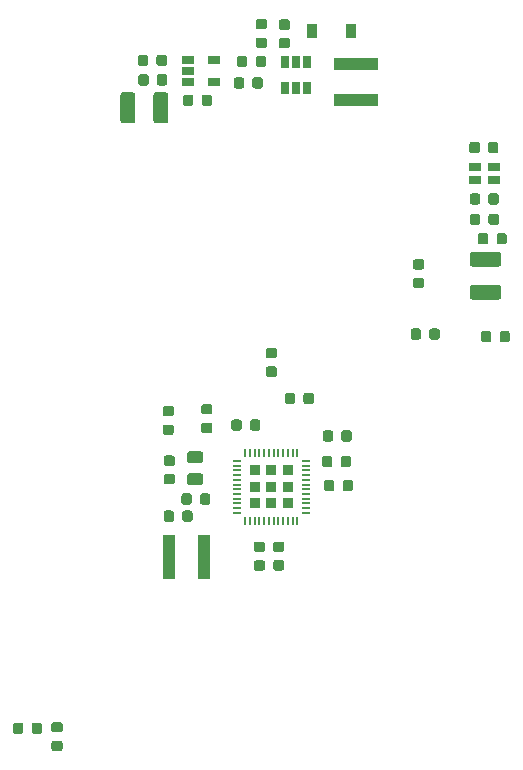
<source format=gtp>
G04 #@! TF.GenerationSoftware,KiCad,Pcbnew,5.0.2-bee76a0~70~ubuntu16.04.1*
G04 #@! TF.CreationDate,2020-11-05T00:34:30+01:00*
G04 #@! TF.ProjectId,WiRoc_NanoPi_v1,5769526f-635f-44e6-916e-6f50695f7631,rev?*
G04 #@! TF.SameCoordinates,Original*
G04 #@! TF.FileFunction,Paste,Top*
G04 #@! TF.FilePolarity,Positive*
%FSLAX46Y46*%
G04 Gerber Fmt 4.6, Leading zero omitted, Abs format (unit mm)*
G04 Created by KiCad (PCBNEW 5.0.2-bee76a0~70~ubuntu16.04.1) date tor  5 nov 2020 00:34:30*
%MOMM*%
%LPD*%
G01*
G04 APERTURE LIST*
%ADD10R,1.000000X0.720000*%
%ADD11R,0.840000X0.840000*%
%ADD12O,0.700000X0.200000*%
%ADD13O,0.200000X0.700000*%
%ADD14R,0.650000X1.060000*%
%ADD15R,1.060000X0.650000*%
%ADD16R,1.100000X3.700000*%
%ADD17R,3.700000X1.100000*%
%ADD18C,0.100000*%
%ADD19C,0.875000*%
%ADD20R,0.900000X1.200000*%
%ADD21C,0.975000*%
%ADD22C,1.250000*%
G04 APERTURE END LIST*
D10*
G04 #@! TO.C,D1*
X92802820Y-61355580D03*
X91202820Y-61355580D03*
X91202820Y-62535580D03*
X92802820Y-62535580D03*
G04 #@! TD*
D11*
G04 #@! TO.C,U3*
X75373600Y-89880200D03*
X75373600Y-88480200D03*
X75373600Y-87080200D03*
X73973600Y-87080200D03*
X73973600Y-88480200D03*
X72573600Y-89880200D03*
X73973600Y-89880200D03*
X72573600Y-88480200D03*
X72573600Y-87080200D03*
D12*
X71073600Y-90680200D03*
X71073600Y-90280200D03*
X71073600Y-89880200D03*
X71073600Y-89480200D03*
X71073600Y-89080200D03*
X71073600Y-88680200D03*
X71073600Y-88280200D03*
X71073600Y-87880200D03*
X71073600Y-87480200D03*
X71073600Y-87080200D03*
X71073600Y-86680200D03*
X71073600Y-86280200D03*
D13*
X71773600Y-85580200D03*
X72173600Y-85580200D03*
X72573600Y-85580200D03*
X72973600Y-85580200D03*
X73373600Y-85580200D03*
X73773600Y-85580200D03*
X74173600Y-85580200D03*
X74573600Y-85580200D03*
X74973600Y-85580200D03*
X75373600Y-85580200D03*
X75773600Y-85580200D03*
X76173600Y-85580200D03*
D12*
X76873600Y-86280200D03*
X76873600Y-86680200D03*
X76873600Y-87080200D03*
X76873600Y-87480200D03*
X76873600Y-87880200D03*
X76873600Y-88280200D03*
X76873600Y-88680200D03*
X76873600Y-89080200D03*
X76873600Y-89480200D03*
X76873600Y-89880200D03*
X76873600Y-90280200D03*
X76873600Y-90680200D03*
D13*
X76173600Y-91380200D03*
X75773600Y-91380200D03*
X75373600Y-91380200D03*
X74973600Y-91380200D03*
X74573600Y-91380200D03*
X74173600Y-91380200D03*
X73773600Y-91380200D03*
X73373600Y-91380200D03*
X72973600Y-91380200D03*
X72573600Y-91380200D03*
X72173600Y-91380200D03*
X71773600Y-91380200D03*
G04 #@! TD*
D14*
G04 #@! TO.C,U4*
X77018086Y-52482546D03*
X76068086Y-52482546D03*
X75118086Y-52482546D03*
X75118086Y-54682546D03*
X77018086Y-54682546D03*
X76068086Y-54682546D03*
G04 #@! TD*
D15*
G04 #@! TO.C,U5*
X66921200Y-52331200D03*
X66921200Y-53281200D03*
X66921200Y-54231200D03*
X69121200Y-54231200D03*
X69121200Y-52331200D03*
G04 #@! TD*
D16*
G04 #@! TO.C,L1*
X65314500Y-94420600D03*
X68314500Y-94420600D03*
G04 #@! TD*
D17*
G04 #@! TO.C,L2*
X81155600Y-55710300D03*
X81155600Y-52710300D03*
G04 #@! TD*
D18*
G04 #@! TO.C,C4*
G36*
X72845991Y-82770653D02*
X72867226Y-82773803D01*
X72888050Y-82779019D01*
X72908262Y-82786251D01*
X72927668Y-82795430D01*
X72946081Y-82806466D01*
X72963324Y-82819254D01*
X72979230Y-82833670D01*
X72993646Y-82849576D01*
X73006434Y-82866819D01*
X73017470Y-82885232D01*
X73026649Y-82904638D01*
X73033881Y-82924850D01*
X73039097Y-82945674D01*
X73042247Y-82966909D01*
X73043300Y-82988350D01*
X73043300Y-83500850D01*
X73042247Y-83522291D01*
X73039097Y-83543526D01*
X73033881Y-83564350D01*
X73026649Y-83584562D01*
X73017470Y-83603968D01*
X73006434Y-83622381D01*
X72993646Y-83639624D01*
X72979230Y-83655530D01*
X72963324Y-83669946D01*
X72946081Y-83682734D01*
X72927668Y-83693770D01*
X72908262Y-83702949D01*
X72888050Y-83710181D01*
X72867226Y-83715397D01*
X72845991Y-83718547D01*
X72824550Y-83719600D01*
X72387050Y-83719600D01*
X72365609Y-83718547D01*
X72344374Y-83715397D01*
X72323550Y-83710181D01*
X72303338Y-83702949D01*
X72283932Y-83693770D01*
X72265519Y-83682734D01*
X72248276Y-83669946D01*
X72232370Y-83655530D01*
X72217954Y-83639624D01*
X72205166Y-83622381D01*
X72194130Y-83603968D01*
X72184951Y-83584562D01*
X72177719Y-83564350D01*
X72172503Y-83543526D01*
X72169353Y-83522291D01*
X72168300Y-83500850D01*
X72168300Y-82988350D01*
X72169353Y-82966909D01*
X72172503Y-82945674D01*
X72177719Y-82924850D01*
X72184951Y-82904638D01*
X72194130Y-82885232D01*
X72205166Y-82866819D01*
X72217954Y-82849576D01*
X72232370Y-82833670D01*
X72248276Y-82819254D01*
X72265519Y-82806466D01*
X72283932Y-82795430D01*
X72303338Y-82786251D01*
X72323550Y-82779019D01*
X72344374Y-82773803D01*
X72365609Y-82770653D01*
X72387050Y-82769600D01*
X72824550Y-82769600D01*
X72845991Y-82770653D01*
X72845991Y-82770653D01*
G37*
D19*
X72605800Y-83244600D03*
D18*
G36*
X71270991Y-82770653D02*
X71292226Y-82773803D01*
X71313050Y-82779019D01*
X71333262Y-82786251D01*
X71352668Y-82795430D01*
X71371081Y-82806466D01*
X71388324Y-82819254D01*
X71404230Y-82833670D01*
X71418646Y-82849576D01*
X71431434Y-82866819D01*
X71442470Y-82885232D01*
X71451649Y-82904638D01*
X71458881Y-82924850D01*
X71464097Y-82945674D01*
X71467247Y-82966909D01*
X71468300Y-82988350D01*
X71468300Y-83500850D01*
X71467247Y-83522291D01*
X71464097Y-83543526D01*
X71458881Y-83564350D01*
X71451649Y-83584562D01*
X71442470Y-83603968D01*
X71431434Y-83622381D01*
X71418646Y-83639624D01*
X71404230Y-83655530D01*
X71388324Y-83669946D01*
X71371081Y-83682734D01*
X71352668Y-83693770D01*
X71333262Y-83702949D01*
X71313050Y-83710181D01*
X71292226Y-83715397D01*
X71270991Y-83718547D01*
X71249550Y-83719600D01*
X70812050Y-83719600D01*
X70790609Y-83718547D01*
X70769374Y-83715397D01*
X70748550Y-83710181D01*
X70728338Y-83702949D01*
X70708932Y-83693770D01*
X70690519Y-83682734D01*
X70673276Y-83669946D01*
X70657370Y-83655530D01*
X70642954Y-83639624D01*
X70630166Y-83622381D01*
X70619130Y-83603968D01*
X70609951Y-83584562D01*
X70602719Y-83564350D01*
X70597503Y-83543526D01*
X70594353Y-83522291D01*
X70593300Y-83500850D01*
X70593300Y-82988350D01*
X70594353Y-82966909D01*
X70597503Y-82945674D01*
X70602719Y-82924850D01*
X70609951Y-82904638D01*
X70619130Y-82885232D01*
X70630166Y-82866819D01*
X70642954Y-82849576D01*
X70657370Y-82833670D01*
X70673276Y-82819254D01*
X70690519Y-82806466D01*
X70708932Y-82795430D01*
X70728338Y-82786251D01*
X70748550Y-82779019D01*
X70769374Y-82773803D01*
X70790609Y-82770653D01*
X70812050Y-82769600D01*
X71249550Y-82769600D01*
X71270991Y-82770653D01*
X71270991Y-82770653D01*
G37*
D19*
X71030800Y-83244600D03*
G04 #@! TD*
D18*
G04 #@! TO.C,C5*
G36*
X74251691Y-76701053D02*
X74272926Y-76704203D01*
X74293750Y-76709419D01*
X74313962Y-76716651D01*
X74333368Y-76725830D01*
X74351781Y-76736866D01*
X74369024Y-76749654D01*
X74384930Y-76764070D01*
X74399346Y-76779976D01*
X74412134Y-76797219D01*
X74423170Y-76815632D01*
X74432349Y-76835038D01*
X74439581Y-76855250D01*
X74444797Y-76876074D01*
X74447947Y-76897309D01*
X74449000Y-76918750D01*
X74449000Y-77356250D01*
X74447947Y-77377691D01*
X74444797Y-77398926D01*
X74439581Y-77419750D01*
X74432349Y-77439962D01*
X74423170Y-77459368D01*
X74412134Y-77477781D01*
X74399346Y-77495024D01*
X74384930Y-77510930D01*
X74369024Y-77525346D01*
X74351781Y-77538134D01*
X74333368Y-77549170D01*
X74313962Y-77558349D01*
X74293750Y-77565581D01*
X74272926Y-77570797D01*
X74251691Y-77573947D01*
X74230250Y-77575000D01*
X73717750Y-77575000D01*
X73696309Y-77573947D01*
X73675074Y-77570797D01*
X73654250Y-77565581D01*
X73634038Y-77558349D01*
X73614632Y-77549170D01*
X73596219Y-77538134D01*
X73578976Y-77525346D01*
X73563070Y-77510930D01*
X73548654Y-77495024D01*
X73535866Y-77477781D01*
X73524830Y-77459368D01*
X73515651Y-77439962D01*
X73508419Y-77419750D01*
X73503203Y-77398926D01*
X73500053Y-77377691D01*
X73499000Y-77356250D01*
X73499000Y-76918750D01*
X73500053Y-76897309D01*
X73503203Y-76876074D01*
X73508419Y-76855250D01*
X73515651Y-76835038D01*
X73524830Y-76815632D01*
X73535866Y-76797219D01*
X73548654Y-76779976D01*
X73563070Y-76764070D01*
X73578976Y-76749654D01*
X73596219Y-76736866D01*
X73614632Y-76725830D01*
X73634038Y-76716651D01*
X73654250Y-76709419D01*
X73675074Y-76704203D01*
X73696309Y-76701053D01*
X73717750Y-76700000D01*
X74230250Y-76700000D01*
X74251691Y-76701053D01*
X74251691Y-76701053D01*
G37*
D19*
X73974000Y-77137500D03*
D18*
G36*
X74251691Y-78276053D02*
X74272926Y-78279203D01*
X74293750Y-78284419D01*
X74313962Y-78291651D01*
X74333368Y-78300830D01*
X74351781Y-78311866D01*
X74369024Y-78324654D01*
X74384930Y-78339070D01*
X74399346Y-78354976D01*
X74412134Y-78372219D01*
X74423170Y-78390632D01*
X74432349Y-78410038D01*
X74439581Y-78430250D01*
X74444797Y-78451074D01*
X74447947Y-78472309D01*
X74449000Y-78493750D01*
X74449000Y-78931250D01*
X74447947Y-78952691D01*
X74444797Y-78973926D01*
X74439581Y-78994750D01*
X74432349Y-79014962D01*
X74423170Y-79034368D01*
X74412134Y-79052781D01*
X74399346Y-79070024D01*
X74384930Y-79085930D01*
X74369024Y-79100346D01*
X74351781Y-79113134D01*
X74333368Y-79124170D01*
X74313962Y-79133349D01*
X74293750Y-79140581D01*
X74272926Y-79145797D01*
X74251691Y-79148947D01*
X74230250Y-79150000D01*
X73717750Y-79150000D01*
X73696309Y-79148947D01*
X73675074Y-79145797D01*
X73654250Y-79140581D01*
X73634038Y-79133349D01*
X73614632Y-79124170D01*
X73596219Y-79113134D01*
X73578976Y-79100346D01*
X73563070Y-79085930D01*
X73548654Y-79070024D01*
X73535866Y-79052781D01*
X73524830Y-79034368D01*
X73515651Y-79014962D01*
X73508419Y-78994750D01*
X73503203Y-78973926D01*
X73500053Y-78952691D01*
X73499000Y-78931250D01*
X73499000Y-78493750D01*
X73500053Y-78472309D01*
X73503203Y-78451074D01*
X73508419Y-78430250D01*
X73515651Y-78410038D01*
X73524830Y-78390632D01*
X73535866Y-78372219D01*
X73548654Y-78354976D01*
X73563070Y-78339070D01*
X73578976Y-78324654D01*
X73596219Y-78311866D01*
X73614632Y-78300830D01*
X73634038Y-78291651D01*
X73654250Y-78284419D01*
X73675074Y-78279203D01*
X73696309Y-78276053D01*
X73717750Y-78275000D01*
X74230250Y-78275000D01*
X74251691Y-78276053D01*
X74251691Y-78276053D01*
G37*
D19*
X73974000Y-78712500D03*
G04 #@! TD*
D18*
G04 #@! TO.C,C6*
G36*
X80577691Y-83690053D02*
X80598926Y-83693203D01*
X80619750Y-83698419D01*
X80639962Y-83705651D01*
X80659368Y-83714830D01*
X80677781Y-83725866D01*
X80695024Y-83738654D01*
X80710930Y-83753070D01*
X80725346Y-83768976D01*
X80738134Y-83786219D01*
X80749170Y-83804632D01*
X80758349Y-83824038D01*
X80765581Y-83844250D01*
X80770797Y-83865074D01*
X80773947Y-83886309D01*
X80775000Y-83907750D01*
X80775000Y-84420250D01*
X80773947Y-84441691D01*
X80770797Y-84462926D01*
X80765581Y-84483750D01*
X80758349Y-84503962D01*
X80749170Y-84523368D01*
X80738134Y-84541781D01*
X80725346Y-84559024D01*
X80710930Y-84574930D01*
X80695024Y-84589346D01*
X80677781Y-84602134D01*
X80659368Y-84613170D01*
X80639962Y-84622349D01*
X80619750Y-84629581D01*
X80598926Y-84634797D01*
X80577691Y-84637947D01*
X80556250Y-84639000D01*
X80118750Y-84639000D01*
X80097309Y-84637947D01*
X80076074Y-84634797D01*
X80055250Y-84629581D01*
X80035038Y-84622349D01*
X80015632Y-84613170D01*
X79997219Y-84602134D01*
X79979976Y-84589346D01*
X79964070Y-84574930D01*
X79949654Y-84559024D01*
X79936866Y-84541781D01*
X79925830Y-84523368D01*
X79916651Y-84503962D01*
X79909419Y-84483750D01*
X79904203Y-84462926D01*
X79901053Y-84441691D01*
X79900000Y-84420250D01*
X79900000Y-83907750D01*
X79901053Y-83886309D01*
X79904203Y-83865074D01*
X79909419Y-83844250D01*
X79916651Y-83824038D01*
X79925830Y-83804632D01*
X79936866Y-83786219D01*
X79949654Y-83768976D01*
X79964070Y-83753070D01*
X79979976Y-83738654D01*
X79997219Y-83725866D01*
X80015632Y-83714830D01*
X80035038Y-83705651D01*
X80055250Y-83698419D01*
X80076074Y-83693203D01*
X80097309Y-83690053D01*
X80118750Y-83689000D01*
X80556250Y-83689000D01*
X80577691Y-83690053D01*
X80577691Y-83690053D01*
G37*
D19*
X80337500Y-84164000D03*
D18*
G36*
X79002691Y-83690053D02*
X79023926Y-83693203D01*
X79044750Y-83698419D01*
X79064962Y-83705651D01*
X79084368Y-83714830D01*
X79102781Y-83725866D01*
X79120024Y-83738654D01*
X79135930Y-83753070D01*
X79150346Y-83768976D01*
X79163134Y-83786219D01*
X79174170Y-83804632D01*
X79183349Y-83824038D01*
X79190581Y-83844250D01*
X79195797Y-83865074D01*
X79198947Y-83886309D01*
X79200000Y-83907750D01*
X79200000Y-84420250D01*
X79198947Y-84441691D01*
X79195797Y-84462926D01*
X79190581Y-84483750D01*
X79183349Y-84503962D01*
X79174170Y-84523368D01*
X79163134Y-84541781D01*
X79150346Y-84559024D01*
X79135930Y-84574930D01*
X79120024Y-84589346D01*
X79102781Y-84602134D01*
X79084368Y-84613170D01*
X79064962Y-84622349D01*
X79044750Y-84629581D01*
X79023926Y-84634797D01*
X79002691Y-84637947D01*
X78981250Y-84639000D01*
X78543750Y-84639000D01*
X78522309Y-84637947D01*
X78501074Y-84634797D01*
X78480250Y-84629581D01*
X78460038Y-84622349D01*
X78440632Y-84613170D01*
X78422219Y-84602134D01*
X78404976Y-84589346D01*
X78389070Y-84574930D01*
X78374654Y-84559024D01*
X78361866Y-84541781D01*
X78350830Y-84523368D01*
X78341651Y-84503962D01*
X78334419Y-84483750D01*
X78329203Y-84462926D01*
X78326053Y-84441691D01*
X78325000Y-84420250D01*
X78325000Y-83907750D01*
X78326053Y-83886309D01*
X78329203Y-83865074D01*
X78334419Y-83844250D01*
X78341651Y-83824038D01*
X78350830Y-83804632D01*
X78361866Y-83786219D01*
X78374654Y-83768976D01*
X78389070Y-83753070D01*
X78404976Y-83738654D01*
X78422219Y-83725866D01*
X78440632Y-83714830D01*
X78460038Y-83705651D01*
X78480250Y-83698419D01*
X78501074Y-83693203D01*
X78522309Y-83690053D01*
X78543750Y-83689000D01*
X78981250Y-83689000D01*
X79002691Y-83690053D01*
X79002691Y-83690053D01*
G37*
D19*
X78762500Y-84164000D03*
G04 #@! TD*
D18*
G04 #@! TO.C,C7*
G36*
X56107691Y-109971053D02*
X56128926Y-109974203D01*
X56149750Y-109979419D01*
X56169962Y-109986651D01*
X56189368Y-109995830D01*
X56207781Y-110006866D01*
X56225024Y-110019654D01*
X56240930Y-110034070D01*
X56255346Y-110049976D01*
X56268134Y-110067219D01*
X56279170Y-110085632D01*
X56288349Y-110105038D01*
X56295581Y-110125250D01*
X56300797Y-110146074D01*
X56303947Y-110167309D01*
X56305000Y-110188750D01*
X56305000Y-110626250D01*
X56303947Y-110647691D01*
X56300797Y-110668926D01*
X56295581Y-110689750D01*
X56288349Y-110709962D01*
X56279170Y-110729368D01*
X56268134Y-110747781D01*
X56255346Y-110765024D01*
X56240930Y-110780930D01*
X56225024Y-110795346D01*
X56207781Y-110808134D01*
X56189368Y-110819170D01*
X56169962Y-110828349D01*
X56149750Y-110835581D01*
X56128926Y-110840797D01*
X56107691Y-110843947D01*
X56086250Y-110845000D01*
X55573750Y-110845000D01*
X55552309Y-110843947D01*
X55531074Y-110840797D01*
X55510250Y-110835581D01*
X55490038Y-110828349D01*
X55470632Y-110819170D01*
X55452219Y-110808134D01*
X55434976Y-110795346D01*
X55419070Y-110780930D01*
X55404654Y-110765024D01*
X55391866Y-110747781D01*
X55380830Y-110729368D01*
X55371651Y-110709962D01*
X55364419Y-110689750D01*
X55359203Y-110668926D01*
X55356053Y-110647691D01*
X55355000Y-110626250D01*
X55355000Y-110188750D01*
X55356053Y-110167309D01*
X55359203Y-110146074D01*
X55364419Y-110125250D01*
X55371651Y-110105038D01*
X55380830Y-110085632D01*
X55391866Y-110067219D01*
X55404654Y-110049976D01*
X55419070Y-110034070D01*
X55434976Y-110019654D01*
X55452219Y-110006866D01*
X55470632Y-109995830D01*
X55490038Y-109986651D01*
X55510250Y-109979419D01*
X55531074Y-109974203D01*
X55552309Y-109971053D01*
X55573750Y-109970000D01*
X56086250Y-109970000D01*
X56107691Y-109971053D01*
X56107691Y-109971053D01*
G37*
D19*
X55830000Y-110407500D03*
D18*
G36*
X56107691Y-108396053D02*
X56128926Y-108399203D01*
X56149750Y-108404419D01*
X56169962Y-108411651D01*
X56189368Y-108420830D01*
X56207781Y-108431866D01*
X56225024Y-108444654D01*
X56240930Y-108459070D01*
X56255346Y-108474976D01*
X56268134Y-108492219D01*
X56279170Y-108510632D01*
X56288349Y-108530038D01*
X56295581Y-108550250D01*
X56300797Y-108571074D01*
X56303947Y-108592309D01*
X56305000Y-108613750D01*
X56305000Y-109051250D01*
X56303947Y-109072691D01*
X56300797Y-109093926D01*
X56295581Y-109114750D01*
X56288349Y-109134962D01*
X56279170Y-109154368D01*
X56268134Y-109172781D01*
X56255346Y-109190024D01*
X56240930Y-109205930D01*
X56225024Y-109220346D01*
X56207781Y-109233134D01*
X56189368Y-109244170D01*
X56169962Y-109253349D01*
X56149750Y-109260581D01*
X56128926Y-109265797D01*
X56107691Y-109268947D01*
X56086250Y-109270000D01*
X55573750Y-109270000D01*
X55552309Y-109268947D01*
X55531074Y-109265797D01*
X55510250Y-109260581D01*
X55490038Y-109253349D01*
X55470632Y-109244170D01*
X55452219Y-109233134D01*
X55434976Y-109220346D01*
X55419070Y-109205930D01*
X55404654Y-109190024D01*
X55391866Y-109172781D01*
X55380830Y-109154368D01*
X55371651Y-109134962D01*
X55364419Y-109114750D01*
X55359203Y-109093926D01*
X55356053Y-109072691D01*
X55355000Y-109051250D01*
X55355000Y-108613750D01*
X55356053Y-108592309D01*
X55359203Y-108571074D01*
X55364419Y-108550250D01*
X55371651Y-108530038D01*
X55380830Y-108510632D01*
X55391866Y-108492219D01*
X55404654Y-108474976D01*
X55419070Y-108459070D01*
X55434976Y-108444654D01*
X55452219Y-108431866D01*
X55470632Y-108420830D01*
X55490038Y-108411651D01*
X55510250Y-108404419D01*
X55531074Y-108399203D01*
X55552309Y-108396053D01*
X55573750Y-108395000D01*
X56086250Y-108395000D01*
X56107691Y-108396053D01*
X56107691Y-108396053D01*
G37*
D19*
X55830000Y-108832500D03*
G04 #@! TD*
D18*
G04 #@! TO.C,C8*
G36*
X67038591Y-89031673D02*
X67059826Y-89034823D01*
X67080650Y-89040039D01*
X67100862Y-89047271D01*
X67120268Y-89056450D01*
X67138681Y-89067486D01*
X67155924Y-89080274D01*
X67171830Y-89094690D01*
X67186246Y-89110596D01*
X67199034Y-89127839D01*
X67210070Y-89146252D01*
X67219249Y-89165658D01*
X67226481Y-89185870D01*
X67231697Y-89206694D01*
X67234847Y-89227929D01*
X67235900Y-89249370D01*
X67235900Y-89761870D01*
X67234847Y-89783311D01*
X67231697Y-89804546D01*
X67226481Y-89825370D01*
X67219249Y-89845582D01*
X67210070Y-89864988D01*
X67199034Y-89883401D01*
X67186246Y-89900644D01*
X67171830Y-89916550D01*
X67155924Y-89930966D01*
X67138681Y-89943754D01*
X67120268Y-89954790D01*
X67100862Y-89963969D01*
X67080650Y-89971201D01*
X67059826Y-89976417D01*
X67038591Y-89979567D01*
X67017150Y-89980620D01*
X66579650Y-89980620D01*
X66558209Y-89979567D01*
X66536974Y-89976417D01*
X66516150Y-89971201D01*
X66495938Y-89963969D01*
X66476532Y-89954790D01*
X66458119Y-89943754D01*
X66440876Y-89930966D01*
X66424970Y-89916550D01*
X66410554Y-89900644D01*
X66397766Y-89883401D01*
X66386730Y-89864988D01*
X66377551Y-89845582D01*
X66370319Y-89825370D01*
X66365103Y-89804546D01*
X66361953Y-89783311D01*
X66360900Y-89761870D01*
X66360900Y-89249370D01*
X66361953Y-89227929D01*
X66365103Y-89206694D01*
X66370319Y-89185870D01*
X66377551Y-89165658D01*
X66386730Y-89146252D01*
X66397766Y-89127839D01*
X66410554Y-89110596D01*
X66424970Y-89094690D01*
X66440876Y-89080274D01*
X66458119Y-89067486D01*
X66476532Y-89056450D01*
X66495938Y-89047271D01*
X66516150Y-89040039D01*
X66536974Y-89034823D01*
X66558209Y-89031673D01*
X66579650Y-89030620D01*
X67017150Y-89030620D01*
X67038591Y-89031673D01*
X67038591Y-89031673D01*
G37*
D19*
X66798400Y-89505620D03*
D18*
G36*
X68613591Y-89031673D02*
X68634826Y-89034823D01*
X68655650Y-89040039D01*
X68675862Y-89047271D01*
X68695268Y-89056450D01*
X68713681Y-89067486D01*
X68730924Y-89080274D01*
X68746830Y-89094690D01*
X68761246Y-89110596D01*
X68774034Y-89127839D01*
X68785070Y-89146252D01*
X68794249Y-89165658D01*
X68801481Y-89185870D01*
X68806697Y-89206694D01*
X68809847Y-89227929D01*
X68810900Y-89249370D01*
X68810900Y-89761870D01*
X68809847Y-89783311D01*
X68806697Y-89804546D01*
X68801481Y-89825370D01*
X68794249Y-89845582D01*
X68785070Y-89864988D01*
X68774034Y-89883401D01*
X68761246Y-89900644D01*
X68746830Y-89916550D01*
X68730924Y-89930966D01*
X68713681Y-89943754D01*
X68695268Y-89954790D01*
X68675862Y-89963969D01*
X68655650Y-89971201D01*
X68634826Y-89976417D01*
X68613591Y-89979567D01*
X68592150Y-89980620D01*
X68154650Y-89980620D01*
X68133209Y-89979567D01*
X68111974Y-89976417D01*
X68091150Y-89971201D01*
X68070938Y-89963969D01*
X68051532Y-89954790D01*
X68033119Y-89943754D01*
X68015876Y-89930966D01*
X67999970Y-89916550D01*
X67985554Y-89900644D01*
X67972766Y-89883401D01*
X67961730Y-89864988D01*
X67952551Y-89845582D01*
X67945319Y-89825370D01*
X67940103Y-89804546D01*
X67936953Y-89783311D01*
X67935900Y-89761870D01*
X67935900Y-89249370D01*
X67936953Y-89227929D01*
X67940103Y-89206694D01*
X67945319Y-89185870D01*
X67952551Y-89165658D01*
X67961730Y-89146252D01*
X67972766Y-89127839D01*
X67985554Y-89110596D01*
X67999970Y-89094690D01*
X68015876Y-89080274D01*
X68033119Y-89067486D01*
X68051532Y-89056450D01*
X68070938Y-89047271D01*
X68091150Y-89040039D01*
X68111974Y-89034823D01*
X68133209Y-89031673D01*
X68154650Y-89030620D01*
X68592150Y-89030620D01*
X68613591Y-89031673D01*
X68613591Y-89031673D01*
G37*
D19*
X68373400Y-89505620D03*
G04 #@! TD*
D18*
G04 #@! TO.C,C9*
G36*
X65615691Y-85820413D02*
X65636926Y-85823563D01*
X65657750Y-85828779D01*
X65677962Y-85836011D01*
X65697368Y-85845190D01*
X65715781Y-85856226D01*
X65733024Y-85869014D01*
X65748930Y-85883430D01*
X65763346Y-85899336D01*
X65776134Y-85916579D01*
X65787170Y-85934992D01*
X65796349Y-85954398D01*
X65803581Y-85974610D01*
X65808797Y-85995434D01*
X65811947Y-86016669D01*
X65813000Y-86038110D01*
X65813000Y-86475610D01*
X65811947Y-86497051D01*
X65808797Y-86518286D01*
X65803581Y-86539110D01*
X65796349Y-86559322D01*
X65787170Y-86578728D01*
X65776134Y-86597141D01*
X65763346Y-86614384D01*
X65748930Y-86630290D01*
X65733024Y-86644706D01*
X65715781Y-86657494D01*
X65697368Y-86668530D01*
X65677962Y-86677709D01*
X65657750Y-86684941D01*
X65636926Y-86690157D01*
X65615691Y-86693307D01*
X65594250Y-86694360D01*
X65081750Y-86694360D01*
X65060309Y-86693307D01*
X65039074Y-86690157D01*
X65018250Y-86684941D01*
X64998038Y-86677709D01*
X64978632Y-86668530D01*
X64960219Y-86657494D01*
X64942976Y-86644706D01*
X64927070Y-86630290D01*
X64912654Y-86614384D01*
X64899866Y-86597141D01*
X64888830Y-86578728D01*
X64879651Y-86559322D01*
X64872419Y-86539110D01*
X64867203Y-86518286D01*
X64864053Y-86497051D01*
X64863000Y-86475610D01*
X64863000Y-86038110D01*
X64864053Y-86016669D01*
X64867203Y-85995434D01*
X64872419Y-85974610D01*
X64879651Y-85954398D01*
X64888830Y-85934992D01*
X64899866Y-85916579D01*
X64912654Y-85899336D01*
X64927070Y-85883430D01*
X64942976Y-85869014D01*
X64960219Y-85856226D01*
X64978632Y-85845190D01*
X64998038Y-85836011D01*
X65018250Y-85828779D01*
X65039074Y-85823563D01*
X65060309Y-85820413D01*
X65081750Y-85819360D01*
X65594250Y-85819360D01*
X65615691Y-85820413D01*
X65615691Y-85820413D01*
G37*
D19*
X65338000Y-86256860D03*
D18*
G36*
X65615691Y-87395413D02*
X65636926Y-87398563D01*
X65657750Y-87403779D01*
X65677962Y-87411011D01*
X65697368Y-87420190D01*
X65715781Y-87431226D01*
X65733024Y-87444014D01*
X65748930Y-87458430D01*
X65763346Y-87474336D01*
X65776134Y-87491579D01*
X65787170Y-87509992D01*
X65796349Y-87529398D01*
X65803581Y-87549610D01*
X65808797Y-87570434D01*
X65811947Y-87591669D01*
X65813000Y-87613110D01*
X65813000Y-88050610D01*
X65811947Y-88072051D01*
X65808797Y-88093286D01*
X65803581Y-88114110D01*
X65796349Y-88134322D01*
X65787170Y-88153728D01*
X65776134Y-88172141D01*
X65763346Y-88189384D01*
X65748930Y-88205290D01*
X65733024Y-88219706D01*
X65715781Y-88232494D01*
X65697368Y-88243530D01*
X65677962Y-88252709D01*
X65657750Y-88259941D01*
X65636926Y-88265157D01*
X65615691Y-88268307D01*
X65594250Y-88269360D01*
X65081750Y-88269360D01*
X65060309Y-88268307D01*
X65039074Y-88265157D01*
X65018250Y-88259941D01*
X64998038Y-88252709D01*
X64978632Y-88243530D01*
X64960219Y-88232494D01*
X64942976Y-88219706D01*
X64927070Y-88205290D01*
X64912654Y-88189384D01*
X64899866Y-88172141D01*
X64888830Y-88153728D01*
X64879651Y-88134322D01*
X64872419Y-88114110D01*
X64867203Y-88093286D01*
X64864053Y-88072051D01*
X64863000Y-88050610D01*
X64863000Y-87613110D01*
X64864053Y-87591669D01*
X64867203Y-87570434D01*
X64872419Y-87549610D01*
X64879651Y-87529398D01*
X64888830Y-87509992D01*
X64899866Y-87491579D01*
X64912654Y-87474336D01*
X64927070Y-87458430D01*
X64942976Y-87444014D01*
X64960219Y-87431226D01*
X64978632Y-87420190D01*
X64998038Y-87411011D01*
X65018250Y-87403779D01*
X65039074Y-87398563D01*
X65060309Y-87395413D01*
X65081750Y-87394360D01*
X65594250Y-87394360D01*
X65615691Y-87395413D01*
X65615691Y-87395413D01*
G37*
D19*
X65338000Y-87831860D03*
G04 #@! TD*
D18*
G04 #@! TO.C,C10*
G36*
X68793991Y-83049553D02*
X68815226Y-83052703D01*
X68836050Y-83057919D01*
X68856262Y-83065151D01*
X68875668Y-83074330D01*
X68894081Y-83085366D01*
X68911324Y-83098154D01*
X68927230Y-83112570D01*
X68941646Y-83128476D01*
X68954434Y-83145719D01*
X68965470Y-83164132D01*
X68974649Y-83183538D01*
X68981881Y-83203750D01*
X68987097Y-83224574D01*
X68990247Y-83245809D01*
X68991300Y-83267250D01*
X68991300Y-83704750D01*
X68990247Y-83726191D01*
X68987097Y-83747426D01*
X68981881Y-83768250D01*
X68974649Y-83788462D01*
X68965470Y-83807868D01*
X68954434Y-83826281D01*
X68941646Y-83843524D01*
X68927230Y-83859430D01*
X68911324Y-83873846D01*
X68894081Y-83886634D01*
X68875668Y-83897670D01*
X68856262Y-83906849D01*
X68836050Y-83914081D01*
X68815226Y-83919297D01*
X68793991Y-83922447D01*
X68772550Y-83923500D01*
X68260050Y-83923500D01*
X68238609Y-83922447D01*
X68217374Y-83919297D01*
X68196550Y-83914081D01*
X68176338Y-83906849D01*
X68156932Y-83897670D01*
X68138519Y-83886634D01*
X68121276Y-83873846D01*
X68105370Y-83859430D01*
X68090954Y-83843524D01*
X68078166Y-83826281D01*
X68067130Y-83807868D01*
X68057951Y-83788462D01*
X68050719Y-83768250D01*
X68045503Y-83747426D01*
X68042353Y-83726191D01*
X68041300Y-83704750D01*
X68041300Y-83267250D01*
X68042353Y-83245809D01*
X68045503Y-83224574D01*
X68050719Y-83203750D01*
X68057951Y-83183538D01*
X68067130Y-83164132D01*
X68078166Y-83145719D01*
X68090954Y-83128476D01*
X68105370Y-83112570D01*
X68121276Y-83098154D01*
X68138519Y-83085366D01*
X68156932Y-83074330D01*
X68176338Y-83065151D01*
X68196550Y-83057919D01*
X68217374Y-83052703D01*
X68238609Y-83049553D01*
X68260050Y-83048500D01*
X68772550Y-83048500D01*
X68793991Y-83049553D01*
X68793991Y-83049553D01*
G37*
D19*
X68516300Y-83486000D03*
D18*
G36*
X68793991Y-81474553D02*
X68815226Y-81477703D01*
X68836050Y-81482919D01*
X68856262Y-81490151D01*
X68875668Y-81499330D01*
X68894081Y-81510366D01*
X68911324Y-81523154D01*
X68927230Y-81537570D01*
X68941646Y-81553476D01*
X68954434Y-81570719D01*
X68965470Y-81589132D01*
X68974649Y-81608538D01*
X68981881Y-81628750D01*
X68987097Y-81649574D01*
X68990247Y-81670809D01*
X68991300Y-81692250D01*
X68991300Y-82129750D01*
X68990247Y-82151191D01*
X68987097Y-82172426D01*
X68981881Y-82193250D01*
X68974649Y-82213462D01*
X68965470Y-82232868D01*
X68954434Y-82251281D01*
X68941646Y-82268524D01*
X68927230Y-82284430D01*
X68911324Y-82298846D01*
X68894081Y-82311634D01*
X68875668Y-82322670D01*
X68856262Y-82331849D01*
X68836050Y-82339081D01*
X68815226Y-82344297D01*
X68793991Y-82347447D01*
X68772550Y-82348500D01*
X68260050Y-82348500D01*
X68238609Y-82347447D01*
X68217374Y-82344297D01*
X68196550Y-82339081D01*
X68176338Y-82331849D01*
X68156932Y-82322670D01*
X68138519Y-82311634D01*
X68121276Y-82298846D01*
X68105370Y-82284430D01*
X68090954Y-82268524D01*
X68078166Y-82251281D01*
X68067130Y-82232868D01*
X68057951Y-82213462D01*
X68050719Y-82193250D01*
X68045503Y-82172426D01*
X68042353Y-82151191D01*
X68041300Y-82129750D01*
X68041300Y-81692250D01*
X68042353Y-81670809D01*
X68045503Y-81649574D01*
X68050719Y-81628750D01*
X68057951Y-81608538D01*
X68067130Y-81589132D01*
X68078166Y-81570719D01*
X68090954Y-81553476D01*
X68105370Y-81537570D01*
X68121276Y-81523154D01*
X68138519Y-81510366D01*
X68156932Y-81499330D01*
X68176338Y-81490151D01*
X68196550Y-81482919D01*
X68217374Y-81477703D01*
X68238609Y-81474553D01*
X68260050Y-81473500D01*
X68772550Y-81473500D01*
X68793991Y-81474553D01*
X68793991Y-81474553D01*
G37*
D19*
X68516300Y-81911000D03*
G04 #@! TD*
D18*
G04 #@! TO.C,C11*
G36*
X65537451Y-90476933D02*
X65558686Y-90480083D01*
X65579510Y-90485299D01*
X65599722Y-90492531D01*
X65619128Y-90501710D01*
X65637541Y-90512746D01*
X65654784Y-90525534D01*
X65670690Y-90539950D01*
X65685106Y-90555856D01*
X65697894Y-90573099D01*
X65708930Y-90591512D01*
X65718109Y-90610918D01*
X65725341Y-90631130D01*
X65730557Y-90651954D01*
X65733707Y-90673189D01*
X65734760Y-90694630D01*
X65734760Y-91207130D01*
X65733707Y-91228571D01*
X65730557Y-91249806D01*
X65725341Y-91270630D01*
X65718109Y-91290842D01*
X65708930Y-91310248D01*
X65697894Y-91328661D01*
X65685106Y-91345904D01*
X65670690Y-91361810D01*
X65654784Y-91376226D01*
X65637541Y-91389014D01*
X65619128Y-91400050D01*
X65599722Y-91409229D01*
X65579510Y-91416461D01*
X65558686Y-91421677D01*
X65537451Y-91424827D01*
X65516010Y-91425880D01*
X65078510Y-91425880D01*
X65057069Y-91424827D01*
X65035834Y-91421677D01*
X65015010Y-91416461D01*
X64994798Y-91409229D01*
X64975392Y-91400050D01*
X64956979Y-91389014D01*
X64939736Y-91376226D01*
X64923830Y-91361810D01*
X64909414Y-91345904D01*
X64896626Y-91328661D01*
X64885590Y-91310248D01*
X64876411Y-91290842D01*
X64869179Y-91270630D01*
X64863963Y-91249806D01*
X64860813Y-91228571D01*
X64859760Y-91207130D01*
X64859760Y-90694630D01*
X64860813Y-90673189D01*
X64863963Y-90651954D01*
X64869179Y-90631130D01*
X64876411Y-90610918D01*
X64885590Y-90591512D01*
X64896626Y-90573099D01*
X64909414Y-90555856D01*
X64923830Y-90539950D01*
X64939736Y-90525534D01*
X64956979Y-90512746D01*
X64975392Y-90501710D01*
X64994798Y-90492531D01*
X65015010Y-90485299D01*
X65035834Y-90480083D01*
X65057069Y-90476933D01*
X65078510Y-90475880D01*
X65516010Y-90475880D01*
X65537451Y-90476933D01*
X65537451Y-90476933D01*
G37*
D19*
X65297260Y-90950880D03*
D18*
G36*
X67112451Y-90476933D02*
X67133686Y-90480083D01*
X67154510Y-90485299D01*
X67174722Y-90492531D01*
X67194128Y-90501710D01*
X67212541Y-90512746D01*
X67229784Y-90525534D01*
X67245690Y-90539950D01*
X67260106Y-90555856D01*
X67272894Y-90573099D01*
X67283930Y-90591512D01*
X67293109Y-90610918D01*
X67300341Y-90631130D01*
X67305557Y-90651954D01*
X67308707Y-90673189D01*
X67309760Y-90694630D01*
X67309760Y-91207130D01*
X67308707Y-91228571D01*
X67305557Y-91249806D01*
X67300341Y-91270630D01*
X67293109Y-91290842D01*
X67283930Y-91310248D01*
X67272894Y-91328661D01*
X67260106Y-91345904D01*
X67245690Y-91361810D01*
X67229784Y-91376226D01*
X67212541Y-91389014D01*
X67194128Y-91400050D01*
X67174722Y-91409229D01*
X67154510Y-91416461D01*
X67133686Y-91421677D01*
X67112451Y-91424827D01*
X67091010Y-91425880D01*
X66653510Y-91425880D01*
X66632069Y-91424827D01*
X66610834Y-91421677D01*
X66590010Y-91416461D01*
X66569798Y-91409229D01*
X66550392Y-91400050D01*
X66531979Y-91389014D01*
X66514736Y-91376226D01*
X66498830Y-91361810D01*
X66484414Y-91345904D01*
X66471626Y-91328661D01*
X66460590Y-91310248D01*
X66451411Y-91290842D01*
X66444179Y-91270630D01*
X66438963Y-91249806D01*
X66435813Y-91228571D01*
X66434760Y-91207130D01*
X66434760Y-90694630D01*
X66435813Y-90673189D01*
X66438963Y-90651954D01*
X66444179Y-90631130D01*
X66451411Y-90610918D01*
X66460590Y-90591512D01*
X66471626Y-90573099D01*
X66484414Y-90555856D01*
X66498830Y-90539950D01*
X66514736Y-90525534D01*
X66531979Y-90512746D01*
X66550392Y-90501710D01*
X66569798Y-90492531D01*
X66590010Y-90485299D01*
X66610834Y-90480083D01*
X66632069Y-90476933D01*
X66653510Y-90475880D01*
X67091010Y-90475880D01*
X67112451Y-90476933D01*
X67112451Y-90476933D01*
G37*
D19*
X66872260Y-90950880D03*
G04 #@! TD*
D18*
G04 #@! TO.C,C12*
G36*
X71478711Y-53800313D02*
X71499946Y-53803463D01*
X71520770Y-53808679D01*
X71540982Y-53815911D01*
X71560388Y-53825090D01*
X71578801Y-53836126D01*
X71596044Y-53848914D01*
X71611950Y-53863330D01*
X71626366Y-53879236D01*
X71639154Y-53896479D01*
X71650190Y-53914892D01*
X71659369Y-53934298D01*
X71666601Y-53954510D01*
X71671817Y-53975334D01*
X71674967Y-53996569D01*
X71676020Y-54018010D01*
X71676020Y-54530510D01*
X71674967Y-54551951D01*
X71671817Y-54573186D01*
X71666601Y-54594010D01*
X71659369Y-54614222D01*
X71650190Y-54633628D01*
X71639154Y-54652041D01*
X71626366Y-54669284D01*
X71611950Y-54685190D01*
X71596044Y-54699606D01*
X71578801Y-54712394D01*
X71560388Y-54723430D01*
X71540982Y-54732609D01*
X71520770Y-54739841D01*
X71499946Y-54745057D01*
X71478711Y-54748207D01*
X71457270Y-54749260D01*
X71019770Y-54749260D01*
X70998329Y-54748207D01*
X70977094Y-54745057D01*
X70956270Y-54739841D01*
X70936058Y-54732609D01*
X70916652Y-54723430D01*
X70898239Y-54712394D01*
X70880996Y-54699606D01*
X70865090Y-54685190D01*
X70850674Y-54669284D01*
X70837886Y-54652041D01*
X70826850Y-54633628D01*
X70817671Y-54614222D01*
X70810439Y-54594010D01*
X70805223Y-54573186D01*
X70802073Y-54551951D01*
X70801020Y-54530510D01*
X70801020Y-54018010D01*
X70802073Y-53996569D01*
X70805223Y-53975334D01*
X70810439Y-53954510D01*
X70817671Y-53934298D01*
X70826850Y-53914892D01*
X70837886Y-53896479D01*
X70850674Y-53879236D01*
X70865090Y-53863330D01*
X70880996Y-53848914D01*
X70898239Y-53836126D01*
X70916652Y-53825090D01*
X70936058Y-53815911D01*
X70956270Y-53808679D01*
X70977094Y-53803463D01*
X70998329Y-53800313D01*
X71019770Y-53799260D01*
X71457270Y-53799260D01*
X71478711Y-53800313D01*
X71478711Y-53800313D01*
G37*
D19*
X71238520Y-54274260D03*
D18*
G36*
X73053711Y-53800313D02*
X73074946Y-53803463D01*
X73095770Y-53808679D01*
X73115982Y-53815911D01*
X73135388Y-53825090D01*
X73153801Y-53836126D01*
X73171044Y-53848914D01*
X73186950Y-53863330D01*
X73201366Y-53879236D01*
X73214154Y-53896479D01*
X73225190Y-53914892D01*
X73234369Y-53934298D01*
X73241601Y-53954510D01*
X73246817Y-53975334D01*
X73249967Y-53996569D01*
X73251020Y-54018010D01*
X73251020Y-54530510D01*
X73249967Y-54551951D01*
X73246817Y-54573186D01*
X73241601Y-54594010D01*
X73234369Y-54614222D01*
X73225190Y-54633628D01*
X73214154Y-54652041D01*
X73201366Y-54669284D01*
X73186950Y-54685190D01*
X73171044Y-54699606D01*
X73153801Y-54712394D01*
X73135388Y-54723430D01*
X73115982Y-54732609D01*
X73095770Y-54739841D01*
X73074946Y-54745057D01*
X73053711Y-54748207D01*
X73032270Y-54749260D01*
X72594770Y-54749260D01*
X72573329Y-54748207D01*
X72552094Y-54745057D01*
X72531270Y-54739841D01*
X72511058Y-54732609D01*
X72491652Y-54723430D01*
X72473239Y-54712394D01*
X72455996Y-54699606D01*
X72440090Y-54685190D01*
X72425674Y-54669284D01*
X72412886Y-54652041D01*
X72401850Y-54633628D01*
X72392671Y-54614222D01*
X72385439Y-54594010D01*
X72380223Y-54573186D01*
X72377073Y-54551951D01*
X72376020Y-54530510D01*
X72376020Y-54018010D01*
X72377073Y-53996569D01*
X72380223Y-53975334D01*
X72385439Y-53954510D01*
X72392671Y-53934298D01*
X72401850Y-53914892D01*
X72412886Y-53896479D01*
X72425674Y-53879236D01*
X72440090Y-53863330D01*
X72455996Y-53848914D01*
X72473239Y-53836126D01*
X72491652Y-53825090D01*
X72511058Y-53815911D01*
X72531270Y-53808679D01*
X72552094Y-53803463D01*
X72573329Y-53800313D01*
X72594770Y-53799260D01*
X73032270Y-53799260D01*
X73053711Y-53800313D01*
X73053711Y-53800313D01*
G37*
D19*
X72813520Y-54274260D03*
G04 #@! TD*
D18*
G04 #@! TO.C,C13*
G36*
X73404291Y-48869553D02*
X73425526Y-48872703D01*
X73446350Y-48877919D01*
X73466562Y-48885151D01*
X73485968Y-48894330D01*
X73504381Y-48905366D01*
X73521624Y-48918154D01*
X73537530Y-48932570D01*
X73551946Y-48948476D01*
X73564734Y-48965719D01*
X73575770Y-48984132D01*
X73584949Y-49003538D01*
X73592181Y-49023750D01*
X73597397Y-49044574D01*
X73600547Y-49065809D01*
X73601600Y-49087250D01*
X73601600Y-49524750D01*
X73600547Y-49546191D01*
X73597397Y-49567426D01*
X73592181Y-49588250D01*
X73584949Y-49608462D01*
X73575770Y-49627868D01*
X73564734Y-49646281D01*
X73551946Y-49663524D01*
X73537530Y-49679430D01*
X73521624Y-49693846D01*
X73504381Y-49706634D01*
X73485968Y-49717670D01*
X73466562Y-49726849D01*
X73446350Y-49734081D01*
X73425526Y-49739297D01*
X73404291Y-49742447D01*
X73382850Y-49743500D01*
X72870350Y-49743500D01*
X72848909Y-49742447D01*
X72827674Y-49739297D01*
X72806850Y-49734081D01*
X72786638Y-49726849D01*
X72767232Y-49717670D01*
X72748819Y-49706634D01*
X72731576Y-49693846D01*
X72715670Y-49679430D01*
X72701254Y-49663524D01*
X72688466Y-49646281D01*
X72677430Y-49627868D01*
X72668251Y-49608462D01*
X72661019Y-49588250D01*
X72655803Y-49567426D01*
X72652653Y-49546191D01*
X72651600Y-49524750D01*
X72651600Y-49087250D01*
X72652653Y-49065809D01*
X72655803Y-49044574D01*
X72661019Y-49023750D01*
X72668251Y-49003538D01*
X72677430Y-48984132D01*
X72688466Y-48965719D01*
X72701254Y-48948476D01*
X72715670Y-48932570D01*
X72731576Y-48918154D01*
X72748819Y-48905366D01*
X72767232Y-48894330D01*
X72786638Y-48885151D01*
X72806850Y-48877919D01*
X72827674Y-48872703D01*
X72848909Y-48869553D01*
X72870350Y-48868500D01*
X73382850Y-48868500D01*
X73404291Y-48869553D01*
X73404291Y-48869553D01*
G37*
D19*
X73126600Y-49306000D03*
D18*
G36*
X73404291Y-50444553D02*
X73425526Y-50447703D01*
X73446350Y-50452919D01*
X73466562Y-50460151D01*
X73485968Y-50469330D01*
X73504381Y-50480366D01*
X73521624Y-50493154D01*
X73537530Y-50507570D01*
X73551946Y-50523476D01*
X73564734Y-50540719D01*
X73575770Y-50559132D01*
X73584949Y-50578538D01*
X73592181Y-50598750D01*
X73597397Y-50619574D01*
X73600547Y-50640809D01*
X73601600Y-50662250D01*
X73601600Y-51099750D01*
X73600547Y-51121191D01*
X73597397Y-51142426D01*
X73592181Y-51163250D01*
X73584949Y-51183462D01*
X73575770Y-51202868D01*
X73564734Y-51221281D01*
X73551946Y-51238524D01*
X73537530Y-51254430D01*
X73521624Y-51268846D01*
X73504381Y-51281634D01*
X73485968Y-51292670D01*
X73466562Y-51301849D01*
X73446350Y-51309081D01*
X73425526Y-51314297D01*
X73404291Y-51317447D01*
X73382850Y-51318500D01*
X72870350Y-51318500D01*
X72848909Y-51317447D01*
X72827674Y-51314297D01*
X72806850Y-51309081D01*
X72786638Y-51301849D01*
X72767232Y-51292670D01*
X72748819Y-51281634D01*
X72731576Y-51268846D01*
X72715670Y-51254430D01*
X72701254Y-51238524D01*
X72688466Y-51221281D01*
X72677430Y-51202868D01*
X72668251Y-51183462D01*
X72661019Y-51163250D01*
X72655803Y-51142426D01*
X72652653Y-51121191D01*
X72651600Y-51099750D01*
X72651600Y-50662250D01*
X72652653Y-50640809D01*
X72655803Y-50619574D01*
X72661019Y-50598750D01*
X72668251Y-50578538D01*
X72677430Y-50559132D01*
X72688466Y-50540719D01*
X72701254Y-50523476D01*
X72715670Y-50507570D01*
X72731576Y-50493154D01*
X72748819Y-50480366D01*
X72767232Y-50469330D01*
X72786638Y-50460151D01*
X72806850Y-50452919D01*
X72827674Y-50447703D01*
X72848909Y-50444553D01*
X72870350Y-50443500D01*
X73382850Y-50443500D01*
X73404291Y-50444553D01*
X73404291Y-50444553D01*
G37*
D19*
X73126600Y-50881000D03*
G04 #@! TD*
D18*
G04 #@! TO.C,C14*
G36*
X64923991Y-51882153D02*
X64945226Y-51885303D01*
X64966050Y-51890519D01*
X64986262Y-51897751D01*
X65005668Y-51906930D01*
X65024081Y-51917966D01*
X65041324Y-51930754D01*
X65057230Y-51945170D01*
X65071646Y-51961076D01*
X65084434Y-51978319D01*
X65095470Y-51996732D01*
X65104649Y-52016138D01*
X65111881Y-52036350D01*
X65117097Y-52057174D01*
X65120247Y-52078409D01*
X65121300Y-52099850D01*
X65121300Y-52612350D01*
X65120247Y-52633791D01*
X65117097Y-52655026D01*
X65111881Y-52675850D01*
X65104649Y-52696062D01*
X65095470Y-52715468D01*
X65084434Y-52733881D01*
X65071646Y-52751124D01*
X65057230Y-52767030D01*
X65041324Y-52781446D01*
X65024081Y-52794234D01*
X65005668Y-52805270D01*
X64986262Y-52814449D01*
X64966050Y-52821681D01*
X64945226Y-52826897D01*
X64923991Y-52830047D01*
X64902550Y-52831100D01*
X64465050Y-52831100D01*
X64443609Y-52830047D01*
X64422374Y-52826897D01*
X64401550Y-52821681D01*
X64381338Y-52814449D01*
X64361932Y-52805270D01*
X64343519Y-52794234D01*
X64326276Y-52781446D01*
X64310370Y-52767030D01*
X64295954Y-52751124D01*
X64283166Y-52733881D01*
X64272130Y-52715468D01*
X64262951Y-52696062D01*
X64255719Y-52675850D01*
X64250503Y-52655026D01*
X64247353Y-52633791D01*
X64246300Y-52612350D01*
X64246300Y-52099850D01*
X64247353Y-52078409D01*
X64250503Y-52057174D01*
X64255719Y-52036350D01*
X64262951Y-52016138D01*
X64272130Y-51996732D01*
X64283166Y-51978319D01*
X64295954Y-51961076D01*
X64310370Y-51945170D01*
X64326276Y-51930754D01*
X64343519Y-51917966D01*
X64361932Y-51906930D01*
X64381338Y-51897751D01*
X64401550Y-51890519D01*
X64422374Y-51885303D01*
X64443609Y-51882153D01*
X64465050Y-51881100D01*
X64902550Y-51881100D01*
X64923991Y-51882153D01*
X64923991Y-51882153D01*
G37*
D19*
X64683800Y-52356100D03*
D18*
G36*
X63348991Y-51882153D02*
X63370226Y-51885303D01*
X63391050Y-51890519D01*
X63411262Y-51897751D01*
X63430668Y-51906930D01*
X63449081Y-51917966D01*
X63466324Y-51930754D01*
X63482230Y-51945170D01*
X63496646Y-51961076D01*
X63509434Y-51978319D01*
X63520470Y-51996732D01*
X63529649Y-52016138D01*
X63536881Y-52036350D01*
X63542097Y-52057174D01*
X63545247Y-52078409D01*
X63546300Y-52099850D01*
X63546300Y-52612350D01*
X63545247Y-52633791D01*
X63542097Y-52655026D01*
X63536881Y-52675850D01*
X63529649Y-52696062D01*
X63520470Y-52715468D01*
X63509434Y-52733881D01*
X63496646Y-52751124D01*
X63482230Y-52767030D01*
X63466324Y-52781446D01*
X63449081Y-52794234D01*
X63430668Y-52805270D01*
X63411262Y-52814449D01*
X63391050Y-52821681D01*
X63370226Y-52826897D01*
X63348991Y-52830047D01*
X63327550Y-52831100D01*
X62890050Y-52831100D01*
X62868609Y-52830047D01*
X62847374Y-52826897D01*
X62826550Y-52821681D01*
X62806338Y-52814449D01*
X62786932Y-52805270D01*
X62768519Y-52794234D01*
X62751276Y-52781446D01*
X62735370Y-52767030D01*
X62720954Y-52751124D01*
X62708166Y-52733881D01*
X62697130Y-52715468D01*
X62687951Y-52696062D01*
X62680719Y-52675850D01*
X62675503Y-52655026D01*
X62672353Y-52633791D01*
X62671300Y-52612350D01*
X62671300Y-52099850D01*
X62672353Y-52078409D01*
X62675503Y-52057174D01*
X62680719Y-52036350D01*
X62687951Y-52016138D01*
X62697130Y-51996732D01*
X62708166Y-51978319D01*
X62720954Y-51961076D01*
X62735370Y-51945170D01*
X62751276Y-51930754D01*
X62768519Y-51917966D01*
X62786932Y-51906930D01*
X62806338Y-51897751D01*
X62826550Y-51890519D01*
X62847374Y-51885303D01*
X62868609Y-51882153D01*
X62890050Y-51881100D01*
X63327550Y-51881100D01*
X63348991Y-51882153D01*
X63348991Y-51882153D01*
G37*
D19*
X63108800Y-52356100D03*
G04 #@! TD*
D20*
G04 #@! TO.C,D3*
X77424520Y-49918160D03*
X80724520Y-49918160D03*
G04 #@! TD*
D18*
G04 #@! TO.C,R1*
G36*
X74877291Y-93107753D02*
X74898526Y-93110903D01*
X74919350Y-93116119D01*
X74939562Y-93123351D01*
X74958968Y-93132530D01*
X74977381Y-93143566D01*
X74994624Y-93156354D01*
X75010530Y-93170770D01*
X75024946Y-93186676D01*
X75037734Y-93203919D01*
X75048770Y-93222332D01*
X75057949Y-93241738D01*
X75065181Y-93261950D01*
X75070397Y-93282774D01*
X75073547Y-93304009D01*
X75074600Y-93325450D01*
X75074600Y-93762950D01*
X75073547Y-93784391D01*
X75070397Y-93805626D01*
X75065181Y-93826450D01*
X75057949Y-93846662D01*
X75048770Y-93866068D01*
X75037734Y-93884481D01*
X75024946Y-93901724D01*
X75010530Y-93917630D01*
X74994624Y-93932046D01*
X74977381Y-93944834D01*
X74958968Y-93955870D01*
X74939562Y-93965049D01*
X74919350Y-93972281D01*
X74898526Y-93977497D01*
X74877291Y-93980647D01*
X74855850Y-93981700D01*
X74343350Y-93981700D01*
X74321909Y-93980647D01*
X74300674Y-93977497D01*
X74279850Y-93972281D01*
X74259638Y-93965049D01*
X74240232Y-93955870D01*
X74221819Y-93944834D01*
X74204576Y-93932046D01*
X74188670Y-93917630D01*
X74174254Y-93901724D01*
X74161466Y-93884481D01*
X74150430Y-93866068D01*
X74141251Y-93846662D01*
X74134019Y-93826450D01*
X74128803Y-93805626D01*
X74125653Y-93784391D01*
X74124600Y-93762950D01*
X74124600Y-93325450D01*
X74125653Y-93304009D01*
X74128803Y-93282774D01*
X74134019Y-93261950D01*
X74141251Y-93241738D01*
X74150430Y-93222332D01*
X74161466Y-93203919D01*
X74174254Y-93186676D01*
X74188670Y-93170770D01*
X74204576Y-93156354D01*
X74221819Y-93143566D01*
X74240232Y-93132530D01*
X74259638Y-93123351D01*
X74279850Y-93116119D01*
X74300674Y-93110903D01*
X74321909Y-93107753D01*
X74343350Y-93106700D01*
X74855850Y-93106700D01*
X74877291Y-93107753D01*
X74877291Y-93107753D01*
G37*
D19*
X74599600Y-93544200D03*
D18*
G36*
X74877291Y-94682753D02*
X74898526Y-94685903D01*
X74919350Y-94691119D01*
X74939562Y-94698351D01*
X74958968Y-94707530D01*
X74977381Y-94718566D01*
X74994624Y-94731354D01*
X75010530Y-94745770D01*
X75024946Y-94761676D01*
X75037734Y-94778919D01*
X75048770Y-94797332D01*
X75057949Y-94816738D01*
X75065181Y-94836950D01*
X75070397Y-94857774D01*
X75073547Y-94879009D01*
X75074600Y-94900450D01*
X75074600Y-95337950D01*
X75073547Y-95359391D01*
X75070397Y-95380626D01*
X75065181Y-95401450D01*
X75057949Y-95421662D01*
X75048770Y-95441068D01*
X75037734Y-95459481D01*
X75024946Y-95476724D01*
X75010530Y-95492630D01*
X74994624Y-95507046D01*
X74977381Y-95519834D01*
X74958968Y-95530870D01*
X74939562Y-95540049D01*
X74919350Y-95547281D01*
X74898526Y-95552497D01*
X74877291Y-95555647D01*
X74855850Y-95556700D01*
X74343350Y-95556700D01*
X74321909Y-95555647D01*
X74300674Y-95552497D01*
X74279850Y-95547281D01*
X74259638Y-95540049D01*
X74240232Y-95530870D01*
X74221819Y-95519834D01*
X74204576Y-95507046D01*
X74188670Y-95492630D01*
X74174254Y-95476724D01*
X74161466Y-95459481D01*
X74150430Y-95441068D01*
X74141251Y-95421662D01*
X74134019Y-95401450D01*
X74128803Y-95380626D01*
X74125653Y-95359391D01*
X74124600Y-95337950D01*
X74124600Y-94900450D01*
X74125653Y-94879009D01*
X74128803Y-94857774D01*
X74134019Y-94836950D01*
X74141251Y-94816738D01*
X74150430Y-94797332D01*
X74161466Y-94778919D01*
X74174254Y-94761676D01*
X74188670Y-94745770D01*
X74204576Y-94731354D01*
X74221819Y-94718566D01*
X74240232Y-94707530D01*
X74259638Y-94698351D01*
X74279850Y-94691119D01*
X74300674Y-94685903D01*
X74321909Y-94682753D01*
X74343350Y-94681700D01*
X74855850Y-94681700D01*
X74877291Y-94682753D01*
X74877291Y-94682753D01*
G37*
D19*
X74599600Y-95119200D03*
G04 #@! TD*
D18*
G04 #@! TO.C,R2*
G36*
X80516791Y-85856753D02*
X80538026Y-85859903D01*
X80558850Y-85865119D01*
X80579062Y-85872351D01*
X80598468Y-85881530D01*
X80616881Y-85892566D01*
X80634124Y-85905354D01*
X80650030Y-85919770D01*
X80664446Y-85935676D01*
X80677234Y-85952919D01*
X80688270Y-85971332D01*
X80697449Y-85990738D01*
X80704681Y-86010950D01*
X80709897Y-86031774D01*
X80713047Y-86053009D01*
X80714100Y-86074450D01*
X80714100Y-86586950D01*
X80713047Y-86608391D01*
X80709897Y-86629626D01*
X80704681Y-86650450D01*
X80697449Y-86670662D01*
X80688270Y-86690068D01*
X80677234Y-86708481D01*
X80664446Y-86725724D01*
X80650030Y-86741630D01*
X80634124Y-86756046D01*
X80616881Y-86768834D01*
X80598468Y-86779870D01*
X80579062Y-86789049D01*
X80558850Y-86796281D01*
X80538026Y-86801497D01*
X80516791Y-86804647D01*
X80495350Y-86805700D01*
X80057850Y-86805700D01*
X80036409Y-86804647D01*
X80015174Y-86801497D01*
X79994350Y-86796281D01*
X79974138Y-86789049D01*
X79954732Y-86779870D01*
X79936319Y-86768834D01*
X79919076Y-86756046D01*
X79903170Y-86741630D01*
X79888754Y-86725724D01*
X79875966Y-86708481D01*
X79864930Y-86690068D01*
X79855751Y-86670662D01*
X79848519Y-86650450D01*
X79843303Y-86629626D01*
X79840153Y-86608391D01*
X79839100Y-86586950D01*
X79839100Y-86074450D01*
X79840153Y-86053009D01*
X79843303Y-86031774D01*
X79848519Y-86010950D01*
X79855751Y-85990738D01*
X79864930Y-85971332D01*
X79875966Y-85952919D01*
X79888754Y-85935676D01*
X79903170Y-85919770D01*
X79919076Y-85905354D01*
X79936319Y-85892566D01*
X79954732Y-85881530D01*
X79974138Y-85872351D01*
X79994350Y-85865119D01*
X80015174Y-85859903D01*
X80036409Y-85856753D01*
X80057850Y-85855700D01*
X80495350Y-85855700D01*
X80516791Y-85856753D01*
X80516791Y-85856753D01*
G37*
D19*
X80276600Y-86330700D03*
D18*
G36*
X78941791Y-85856753D02*
X78963026Y-85859903D01*
X78983850Y-85865119D01*
X79004062Y-85872351D01*
X79023468Y-85881530D01*
X79041881Y-85892566D01*
X79059124Y-85905354D01*
X79075030Y-85919770D01*
X79089446Y-85935676D01*
X79102234Y-85952919D01*
X79113270Y-85971332D01*
X79122449Y-85990738D01*
X79129681Y-86010950D01*
X79134897Y-86031774D01*
X79138047Y-86053009D01*
X79139100Y-86074450D01*
X79139100Y-86586950D01*
X79138047Y-86608391D01*
X79134897Y-86629626D01*
X79129681Y-86650450D01*
X79122449Y-86670662D01*
X79113270Y-86690068D01*
X79102234Y-86708481D01*
X79089446Y-86725724D01*
X79075030Y-86741630D01*
X79059124Y-86756046D01*
X79041881Y-86768834D01*
X79023468Y-86779870D01*
X79004062Y-86789049D01*
X78983850Y-86796281D01*
X78963026Y-86801497D01*
X78941791Y-86804647D01*
X78920350Y-86805700D01*
X78482850Y-86805700D01*
X78461409Y-86804647D01*
X78440174Y-86801497D01*
X78419350Y-86796281D01*
X78399138Y-86789049D01*
X78379732Y-86779870D01*
X78361319Y-86768834D01*
X78344076Y-86756046D01*
X78328170Y-86741630D01*
X78313754Y-86725724D01*
X78300966Y-86708481D01*
X78289930Y-86690068D01*
X78280751Y-86670662D01*
X78273519Y-86650450D01*
X78268303Y-86629626D01*
X78265153Y-86608391D01*
X78264100Y-86586950D01*
X78264100Y-86074450D01*
X78265153Y-86053009D01*
X78268303Y-86031774D01*
X78273519Y-86010950D01*
X78280751Y-85990738D01*
X78289930Y-85971332D01*
X78300966Y-85952919D01*
X78313754Y-85935676D01*
X78328170Y-85919770D01*
X78344076Y-85905354D01*
X78361319Y-85892566D01*
X78379732Y-85881530D01*
X78399138Y-85872351D01*
X78419350Y-85865119D01*
X78440174Y-85859903D01*
X78461409Y-85856753D01*
X78482850Y-85855700D01*
X78920350Y-85855700D01*
X78941791Y-85856753D01*
X78941791Y-85856753D01*
G37*
D19*
X78701600Y-86330700D03*
G04 #@! TD*
D18*
G04 #@! TO.C,R3*
G36*
X73237791Y-93119753D02*
X73259026Y-93122903D01*
X73279850Y-93128119D01*
X73300062Y-93135351D01*
X73319468Y-93144530D01*
X73337881Y-93155566D01*
X73355124Y-93168354D01*
X73371030Y-93182770D01*
X73385446Y-93198676D01*
X73398234Y-93215919D01*
X73409270Y-93234332D01*
X73418449Y-93253738D01*
X73425681Y-93273950D01*
X73430897Y-93294774D01*
X73434047Y-93316009D01*
X73435100Y-93337450D01*
X73435100Y-93774950D01*
X73434047Y-93796391D01*
X73430897Y-93817626D01*
X73425681Y-93838450D01*
X73418449Y-93858662D01*
X73409270Y-93878068D01*
X73398234Y-93896481D01*
X73385446Y-93913724D01*
X73371030Y-93929630D01*
X73355124Y-93944046D01*
X73337881Y-93956834D01*
X73319468Y-93967870D01*
X73300062Y-93977049D01*
X73279850Y-93984281D01*
X73259026Y-93989497D01*
X73237791Y-93992647D01*
X73216350Y-93993700D01*
X72703850Y-93993700D01*
X72682409Y-93992647D01*
X72661174Y-93989497D01*
X72640350Y-93984281D01*
X72620138Y-93977049D01*
X72600732Y-93967870D01*
X72582319Y-93956834D01*
X72565076Y-93944046D01*
X72549170Y-93929630D01*
X72534754Y-93913724D01*
X72521966Y-93896481D01*
X72510930Y-93878068D01*
X72501751Y-93858662D01*
X72494519Y-93838450D01*
X72489303Y-93817626D01*
X72486153Y-93796391D01*
X72485100Y-93774950D01*
X72485100Y-93337450D01*
X72486153Y-93316009D01*
X72489303Y-93294774D01*
X72494519Y-93273950D01*
X72501751Y-93253738D01*
X72510930Y-93234332D01*
X72521966Y-93215919D01*
X72534754Y-93198676D01*
X72549170Y-93182770D01*
X72565076Y-93168354D01*
X72582319Y-93155566D01*
X72600732Y-93144530D01*
X72620138Y-93135351D01*
X72640350Y-93128119D01*
X72661174Y-93122903D01*
X72682409Y-93119753D01*
X72703850Y-93118700D01*
X73216350Y-93118700D01*
X73237791Y-93119753D01*
X73237791Y-93119753D01*
G37*
D19*
X72960100Y-93556200D03*
D18*
G36*
X73237791Y-94694753D02*
X73259026Y-94697903D01*
X73279850Y-94703119D01*
X73300062Y-94710351D01*
X73319468Y-94719530D01*
X73337881Y-94730566D01*
X73355124Y-94743354D01*
X73371030Y-94757770D01*
X73385446Y-94773676D01*
X73398234Y-94790919D01*
X73409270Y-94809332D01*
X73418449Y-94828738D01*
X73425681Y-94848950D01*
X73430897Y-94869774D01*
X73434047Y-94891009D01*
X73435100Y-94912450D01*
X73435100Y-95349950D01*
X73434047Y-95371391D01*
X73430897Y-95392626D01*
X73425681Y-95413450D01*
X73418449Y-95433662D01*
X73409270Y-95453068D01*
X73398234Y-95471481D01*
X73385446Y-95488724D01*
X73371030Y-95504630D01*
X73355124Y-95519046D01*
X73337881Y-95531834D01*
X73319468Y-95542870D01*
X73300062Y-95552049D01*
X73279850Y-95559281D01*
X73259026Y-95564497D01*
X73237791Y-95567647D01*
X73216350Y-95568700D01*
X72703850Y-95568700D01*
X72682409Y-95567647D01*
X72661174Y-95564497D01*
X72640350Y-95559281D01*
X72620138Y-95552049D01*
X72600732Y-95542870D01*
X72582319Y-95531834D01*
X72565076Y-95519046D01*
X72549170Y-95504630D01*
X72534754Y-95488724D01*
X72521966Y-95471481D01*
X72510930Y-95453068D01*
X72501751Y-95433662D01*
X72494519Y-95413450D01*
X72489303Y-95392626D01*
X72486153Y-95371391D01*
X72485100Y-95349950D01*
X72485100Y-94912450D01*
X72486153Y-94891009D01*
X72489303Y-94869774D01*
X72494519Y-94848950D01*
X72501751Y-94828738D01*
X72510930Y-94809332D01*
X72521966Y-94790919D01*
X72534754Y-94773676D01*
X72549170Y-94757770D01*
X72565076Y-94743354D01*
X72582319Y-94730566D01*
X72600732Y-94719530D01*
X72620138Y-94710351D01*
X72640350Y-94703119D01*
X72661174Y-94697903D01*
X72682409Y-94694753D01*
X72703850Y-94693700D01*
X73216350Y-94693700D01*
X73237791Y-94694753D01*
X73237791Y-94694753D01*
G37*
D19*
X72960100Y-95131200D03*
G04 #@! TD*
D18*
G04 #@! TO.C,R4*
G36*
X54360191Y-108446053D02*
X54381426Y-108449203D01*
X54402250Y-108454419D01*
X54422462Y-108461651D01*
X54441868Y-108470830D01*
X54460281Y-108481866D01*
X54477524Y-108494654D01*
X54493430Y-108509070D01*
X54507846Y-108524976D01*
X54520634Y-108542219D01*
X54531670Y-108560632D01*
X54540849Y-108580038D01*
X54548081Y-108600250D01*
X54553297Y-108621074D01*
X54556447Y-108642309D01*
X54557500Y-108663750D01*
X54557500Y-109176250D01*
X54556447Y-109197691D01*
X54553297Y-109218926D01*
X54548081Y-109239750D01*
X54540849Y-109259962D01*
X54531670Y-109279368D01*
X54520634Y-109297781D01*
X54507846Y-109315024D01*
X54493430Y-109330930D01*
X54477524Y-109345346D01*
X54460281Y-109358134D01*
X54441868Y-109369170D01*
X54422462Y-109378349D01*
X54402250Y-109385581D01*
X54381426Y-109390797D01*
X54360191Y-109393947D01*
X54338750Y-109395000D01*
X53901250Y-109395000D01*
X53879809Y-109393947D01*
X53858574Y-109390797D01*
X53837750Y-109385581D01*
X53817538Y-109378349D01*
X53798132Y-109369170D01*
X53779719Y-109358134D01*
X53762476Y-109345346D01*
X53746570Y-109330930D01*
X53732154Y-109315024D01*
X53719366Y-109297781D01*
X53708330Y-109279368D01*
X53699151Y-109259962D01*
X53691919Y-109239750D01*
X53686703Y-109218926D01*
X53683553Y-109197691D01*
X53682500Y-109176250D01*
X53682500Y-108663750D01*
X53683553Y-108642309D01*
X53686703Y-108621074D01*
X53691919Y-108600250D01*
X53699151Y-108580038D01*
X53708330Y-108560632D01*
X53719366Y-108542219D01*
X53732154Y-108524976D01*
X53746570Y-108509070D01*
X53762476Y-108494654D01*
X53779719Y-108481866D01*
X53798132Y-108470830D01*
X53817538Y-108461651D01*
X53837750Y-108454419D01*
X53858574Y-108449203D01*
X53879809Y-108446053D01*
X53901250Y-108445000D01*
X54338750Y-108445000D01*
X54360191Y-108446053D01*
X54360191Y-108446053D01*
G37*
D19*
X54120000Y-108920000D03*
D18*
G36*
X52785191Y-108446053D02*
X52806426Y-108449203D01*
X52827250Y-108454419D01*
X52847462Y-108461651D01*
X52866868Y-108470830D01*
X52885281Y-108481866D01*
X52902524Y-108494654D01*
X52918430Y-108509070D01*
X52932846Y-108524976D01*
X52945634Y-108542219D01*
X52956670Y-108560632D01*
X52965849Y-108580038D01*
X52973081Y-108600250D01*
X52978297Y-108621074D01*
X52981447Y-108642309D01*
X52982500Y-108663750D01*
X52982500Y-109176250D01*
X52981447Y-109197691D01*
X52978297Y-109218926D01*
X52973081Y-109239750D01*
X52965849Y-109259962D01*
X52956670Y-109279368D01*
X52945634Y-109297781D01*
X52932846Y-109315024D01*
X52918430Y-109330930D01*
X52902524Y-109345346D01*
X52885281Y-109358134D01*
X52866868Y-109369170D01*
X52847462Y-109378349D01*
X52827250Y-109385581D01*
X52806426Y-109390797D01*
X52785191Y-109393947D01*
X52763750Y-109395000D01*
X52326250Y-109395000D01*
X52304809Y-109393947D01*
X52283574Y-109390797D01*
X52262750Y-109385581D01*
X52242538Y-109378349D01*
X52223132Y-109369170D01*
X52204719Y-109358134D01*
X52187476Y-109345346D01*
X52171570Y-109330930D01*
X52157154Y-109315024D01*
X52144366Y-109297781D01*
X52133330Y-109279368D01*
X52124151Y-109259962D01*
X52116919Y-109239750D01*
X52111703Y-109218926D01*
X52108553Y-109197691D01*
X52107500Y-109176250D01*
X52107500Y-108663750D01*
X52108553Y-108642309D01*
X52111703Y-108621074D01*
X52116919Y-108600250D01*
X52124151Y-108580038D01*
X52133330Y-108560632D01*
X52144366Y-108542219D01*
X52157154Y-108524976D01*
X52171570Y-108509070D01*
X52187476Y-108494654D01*
X52204719Y-108481866D01*
X52223132Y-108470830D01*
X52242538Y-108461651D01*
X52262750Y-108454419D01*
X52283574Y-108449203D01*
X52304809Y-108446053D01*
X52326250Y-108445000D01*
X52763750Y-108445000D01*
X52785191Y-108446053D01*
X52785191Y-108446053D01*
G37*
D19*
X52545000Y-108920000D03*
G04 #@! TD*
D18*
G04 #@! TO.C,R5*
G36*
X68005082Y-87340594D02*
X68028743Y-87344104D01*
X68051947Y-87349916D01*
X68074469Y-87357974D01*
X68096093Y-87368202D01*
X68116610Y-87380499D01*
X68135823Y-87394749D01*
X68153547Y-87410813D01*
X68169611Y-87428537D01*
X68183861Y-87447750D01*
X68196158Y-87468267D01*
X68206386Y-87489891D01*
X68214444Y-87512413D01*
X68220256Y-87535617D01*
X68223766Y-87559278D01*
X68224940Y-87583170D01*
X68224940Y-88070670D01*
X68223766Y-88094562D01*
X68220256Y-88118223D01*
X68214444Y-88141427D01*
X68206386Y-88163949D01*
X68196158Y-88185573D01*
X68183861Y-88206090D01*
X68169611Y-88225303D01*
X68153547Y-88243027D01*
X68135823Y-88259091D01*
X68116610Y-88273341D01*
X68096093Y-88285638D01*
X68074469Y-88295866D01*
X68051947Y-88303924D01*
X68028743Y-88309736D01*
X68005082Y-88313246D01*
X67981190Y-88314420D01*
X67068690Y-88314420D01*
X67044798Y-88313246D01*
X67021137Y-88309736D01*
X66997933Y-88303924D01*
X66975411Y-88295866D01*
X66953787Y-88285638D01*
X66933270Y-88273341D01*
X66914057Y-88259091D01*
X66896333Y-88243027D01*
X66880269Y-88225303D01*
X66866019Y-88206090D01*
X66853722Y-88185573D01*
X66843494Y-88163949D01*
X66835436Y-88141427D01*
X66829624Y-88118223D01*
X66826114Y-88094562D01*
X66824940Y-88070670D01*
X66824940Y-87583170D01*
X66826114Y-87559278D01*
X66829624Y-87535617D01*
X66835436Y-87512413D01*
X66843494Y-87489891D01*
X66853722Y-87468267D01*
X66866019Y-87447750D01*
X66880269Y-87428537D01*
X66896333Y-87410813D01*
X66914057Y-87394749D01*
X66933270Y-87380499D01*
X66953787Y-87368202D01*
X66975411Y-87357974D01*
X66997933Y-87349916D01*
X67021137Y-87344104D01*
X67044798Y-87340594D01*
X67068690Y-87339420D01*
X67981190Y-87339420D01*
X68005082Y-87340594D01*
X68005082Y-87340594D01*
G37*
D21*
X67524940Y-87826920D03*
D18*
G36*
X68005082Y-85465594D02*
X68028743Y-85469104D01*
X68051947Y-85474916D01*
X68074469Y-85482974D01*
X68096093Y-85493202D01*
X68116610Y-85505499D01*
X68135823Y-85519749D01*
X68153547Y-85535813D01*
X68169611Y-85553537D01*
X68183861Y-85572750D01*
X68196158Y-85593267D01*
X68206386Y-85614891D01*
X68214444Y-85637413D01*
X68220256Y-85660617D01*
X68223766Y-85684278D01*
X68224940Y-85708170D01*
X68224940Y-86195670D01*
X68223766Y-86219562D01*
X68220256Y-86243223D01*
X68214444Y-86266427D01*
X68206386Y-86288949D01*
X68196158Y-86310573D01*
X68183861Y-86331090D01*
X68169611Y-86350303D01*
X68153547Y-86368027D01*
X68135823Y-86384091D01*
X68116610Y-86398341D01*
X68096093Y-86410638D01*
X68074469Y-86420866D01*
X68051947Y-86428924D01*
X68028743Y-86434736D01*
X68005082Y-86438246D01*
X67981190Y-86439420D01*
X67068690Y-86439420D01*
X67044798Y-86438246D01*
X67021137Y-86434736D01*
X66997933Y-86428924D01*
X66975411Y-86420866D01*
X66953787Y-86410638D01*
X66933270Y-86398341D01*
X66914057Y-86384091D01*
X66896333Y-86368027D01*
X66880269Y-86350303D01*
X66866019Y-86331090D01*
X66853722Y-86310573D01*
X66843494Y-86288949D01*
X66835436Y-86266427D01*
X66829624Y-86243223D01*
X66826114Y-86219562D01*
X66824940Y-86195670D01*
X66824940Y-85708170D01*
X66826114Y-85684278D01*
X66829624Y-85660617D01*
X66835436Y-85637413D01*
X66843494Y-85614891D01*
X66853722Y-85593267D01*
X66866019Y-85572750D01*
X66880269Y-85553537D01*
X66896333Y-85535813D01*
X66914057Y-85519749D01*
X66933270Y-85505499D01*
X66953787Y-85493202D01*
X66975411Y-85482974D01*
X66997933Y-85474916D01*
X67021137Y-85469104D01*
X67044798Y-85465594D01*
X67068690Y-85464420D01*
X67981190Y-85464420D01*
X68005082Y-85465594D01*
X68005082Y-85465594D01*
G37*
D21*
X67524940Y-85951920D03*
G04 #@! TD*
D18*
G04 #@! TO.C,R7*
G36*
X75360091Y-48894953D02*
X75381326Y-48898103D01*
X75402150Y-48903319D01*
X75422362Y-48910551D01*
X75441768Y-48919730D01*
X75460181Y-48930766D01*
X75477424Y-48943554D01*
X75493330Y-48957970D01*
X75507746Y-48973876D01*
X75520534Y-48991119D01*
X75531570Y-49009532D01*
X75540749Y-49028938D01*
X75547981Y-49049150D01*
X75553197Y-49069974D01*
X75556347Y-49091209D01*
X75557400Y-49112650D01*
X75557400Y-49550150D01*
X75556347Y-49571591D01*
X75553197Y-49592826D01*
X75547981Y-49613650D01*
X75540749Y-49633862D01*
X75531570Y-49653268D01*
X75520534Y-49671681D01*
X75507746Y-49688924D01*
X75493330Y-49704830D01*
X75477424Y-49719246D01*
X75460181Y-49732034D01*
X75441768Y-49743070D01*
X75422362Y-49752249D01*
X75402150Y-49759481D01*
X75381326Y-49764697D01*
X75360091Y-49767847D01*
X75338650Y-49768900D01*
X74826150Y-49768900D01*
X74804709Y-49767847D01*
X74783474Y-49764697D01*
X74762650Y-49759481D01*
X74742438Y-49752249D01*
X74723032Y-49743070D01*
X74704619Y-49732034D01*
X74687376Y-49719246D01*
X74671470Y-49704830D01*
X74657054Y-49688924D01*
X74644266Y-49671681D01*
X74633230Y-49653268D01*
X74624051Y-49633862D01*
X74616819Y-49613650D01*
X74611603Y-49592826D01*
X74608453Y-49571591D01*
X74607400Y-49550150D01*
X74607400Y-49112650D01*
X74608453Y-49091209D01*
X74611603Y-49069974D01*
X74616819Y-49049150D01*
X74624051Y-49028938D01*
X74633230Y-49009532D01*
X74644266Y-48991119D01*
X74657054Y-48973876D01*
X74671470Y-48957970D01*
X74687376Y-48943554D01*
X74704619Y-48930766D01*
X74723032Y-48919730D01*
X74742438Y-48910551D01*
X74762650Y-48903319D01*
X74783474Y-48898103D01*
X74804709Y-48894953D01*
X74826150Y-48893900D01*
X75338650Y-48893900D01*
X75360091Y-48894953D01*
X75360091Y-48894953D01*
G37*
D19*
X75082400Y-49331400D03*
D18*
G36*
X75360091Y-50469953D02*
X75381326Y-50473103D01*
X75402150Y-50478319D01*
X75422362Y-50485551D01*
X75441768Y-50494730D01*
X75460181Y-50505766D01*
X75477424Y-50518554D01*
X75493330Y-50532970D01*
X75507746Y-50548876D01*
X75520534Y-50566119D01*
X75531570Y-50584532D01*
X75540749Y-50603938D01*
X75547981Y-50624150D01*
X75553197Y-50644974D01*
X75556347Y-50666209D01*
X75557400Y-50687650D01*
X75557400Y-51125150D01*
X75556347Y-51146591D01*
X75553197Y-51167826D01*
X75547981Y-51188650D01*
X75540749Y-51208862D01*
X75531570Y-51228268D01*
X75520534Y-51246681D01*
X75507746Y-51263924D01*
X75493330Y-51279830D01*
X75477424Y-51294246D01*
X75460181Y-51307034D01*
X75441768Y-51318070D01*
X75422362Y-51327249D01*
X75402150Y-51334481D01*
X75381326Y-51339697D01*
X75360091Y-51342847D01*
X75338650Y-51343900D01*
X74826150Y-51343900D01*
X74804709Y-51342847D01*
X74783474Y-51339697D01*
X74762650Y-51334481D01*
X74742438Y-51327249D01*
X74723032Y-51318070D01*
X74704619Y-51307034D01*
X74687376Y-51294246D01*
X74671470Y-51279830D01*
X74657054Y-51263924D01*
X74644266Y-51246681D01*
X74633230Y-51228268D01*
X74624051Y-51208862D01*
X74616819Y-51188650D01*
X74611603Y-51167826D01*
X74608453Y-51146591D01*
X74607400Y-51125150D01*
X74607400Y-50687650D01*
X74608453Y-50666209D01*
X74611603Y-50644974D01*
X74616819Y-50624150D01*
X74624051Y-50603938D01*
X74633230Y-50584532D01*
X74644266Y-50566119D01*
X74657054Y-50548876D01*
X74671470Y-50532970D01*
X74687376Y-50518554D01*
X74704619Y-50505766D01*
X74723032Y-50494730D01*
X74742438Y-50485551D01*
X74762650Y-50478319D01*
X74783474Y-50473103D01*
X74804709Y-50469953D01*
X74826150Y-50468900D01*
X75338650Y-50468900D01*
X75360091Y-50469953D01*
X75360091Y-50469953D01*
G37*
D19*
X75082400Y-50906400D03*
G04 #@! TD*
D18*
G04 #@! TO.C,R8*
G36*
X71745411Y-51984213D02*
X71766646Y-51987363D01*
X71787470Y-51992579D01*
X71807682Y-51999811D01*
X71827088Y-52008990D01*
X71845501Y-52020026D01*
X71862744Y-52032814D01*
X71878650Y-52047230D01*
X71893066Y-52063136D01*
X71905854Y-52080379D01*
X71916890Y-52098792D01*
X71926069Y-52118198D01*
X71933301Y-52138410D01*
X71938517Y-52159234D01*
X71941667Y-52180469D01*
X71942720Y-52201910D01*
X71942720Y-52714410D01*
X71941667Y-52735851D01*
X71938517Y-52757086D01*
X71933301Y-52777910D01*
X71926069Y-52798122D01*
X71916890Y-52817528D01*
X71905854Y-52835941D01*
X71893066Y-52853184D01*
X71878650Y-52869090D01*
X71862744Y-52883506D01*
X71845501Y-52896294D01*
X71827088Y-52907330D01*
X71807682Y-52916509D01*
X71787470Y-52923741D01*
X71766646Y-52928957D01*
X71745411Y-52932107D01*
X71723970Y-52933160D01*
X71286470Y-52933160D01*
X71265029Y-52932107D01*
X71243794Y-52928957D01*
X71222970Y-52923741D01*
X71202758Y-52916509D01*
X71183352Y-52907330D01*
X71164939Y-52896294D01*
X71147696Y-52883506D01*
X71131790Y-52869090D01*
X71117374Y-52853184D01*
X71104586Y-52835941D01*
X71093550Y-52817528D01*
X71084371Y-52798122D01*
X71077139Y-52777910D01*
X71071923Y-52757086D01*
X71068773Y-52735851D01*
X71067720Y-52714410D01*
X71067720Y-52201910D01*
X71068773Y-52180469D01*
X71071923Y-52159234D01*
X71077139Y-52138410D01*
X71084371Y-52118198D01*
X71093550Y-52098792D01*
X71104586Y-52080379D01*
X71117374Y-52063136D01*
X71131790Y-52047230D01*
X71147696Y-52032814D01*
X71164939Y-52020026D01*
X71183352Y-52008990D01*
X71202758Y-51999811D01*
X71222970Y-51992579D01*
X71243794Y-51987363D01*
X71265029Y-51984213D01*
X71286470Y-51983160D01*
X71723970Y-51983160D01*
X71745411Y-51984213D01*
X71745411Y-51984213D01*
G37*
D19*
X71505220Y-52458160D03*
D18*
G36*
X73320411Y-51984213D02*
X73341646Y-51987363D01*
X73362470Y-51992579D01*
X73382682Y-51999811D01*
X73402088Y-52008990D01*
X73420501Y-52020026D01*
X73437744Y-52032814D01*
X73453650Y-52047230D01*
X73468066Y-52063136D01*
X73480854Y-52080379D01*
X73491890Y-52098792D01*
X73501069Y-52118198D01*
X73508301Y-52138410D01*
X73513517Y-52159234D01*
X73516667Y-52180469D01*
X73517720Y-52201910D01*
X73517720Y-52714410D01*
X73516667Y-52735851D01*
X73513517Y-52757086D01*
X73508301Y-52777910D01*
X73501069Y-52798122D01*
X73491890Y-52817528D01*
X73480854Y-52835941D01*
X73468066Y-52853184D01*
X73453650Y-52869090D01*
X73437744Y-52883506D01*
X73420501Y-52896294D01*
X73402088Y-52907330D01*
X73382682Y-52916509D01*
X73362470Y-52923741D01*
X73341646Y-52928957D01*
X73320411Y-52932107D01*
X73298970Y-52933160D01*
X72861470Y-52933160D01*
X72840029Y-52932107D01*
X72818794Y-52928957D01*
X72797970Y-52923741D01*
X72777758Y-52916509D01*
X72758352Y-52907330D01*
X72739939Y-52896294D01*
X72722696Y-52883506D01*
X72706790Y-52869090D01*
X72692374Y-52853184D01*
X72679586Y-52835941D01*
X72668550Y-52817528D01*
X72659371Y-52798122D01*
X72652139Y-52777910D01*
X72646923Y-52757086D01*
X72643773Y-52735851D01*
X72642720Y-52714410D01*
X72642720Y-52201910D01*
X72643773Y-52180469D01*
X72646923Y-52159234D01*
X72652139Y-52138410D01*
X72659371Y-52118198D01*
X72668550Y-52098792D01*
X72679586Y-52080379D01*
X72692374Y-52063136D01*
X72706790Y-52047230D01*
X72722696Y-52032814D01*
X72739939Y-52020026D01*
X72758352Y-52008990D01*
X72777758Y-51999811D01*
X72797970Y-51992579D01*
X72818794Y-51987363D01*
X72840029Y-51984213D01*
X72861470Y-51983160D01*
X73298970Y-51983160D01*
X73320411Y-51984213D01*
X73320411Y-51984213D01*
G37*
D19*
X73080220Y-52458160D03*
G04 #@! TD*
D18*
G04 #@! TO.C,R9*
G36*
X63387091Y-53545853D02*
X63408326Y-53549003D01*
X63429150Y-53554219D01*
X63449362Y-53561451D01*
X63468768Y-53570630D01*
X63487181Y-53581666D01*
X63504424Y-53594454D01*
X63520330Y-53608870D01*
X63534746Y-53624776D01*
X63547534Y-53642019D01*
X63558570Y-53660432D01*
X63567749Y-53679838D01*
X63574981Y-53700050D01*
X63580197Y-53720874D01*
X63583347Y-53742109D01*
X63584400Y-53763550D01*
X63584400Y-54276050D01*
X63583347Y-54297491D01*
X63580197Y-54318726D01*
X63574981Y-54339550D01*
X63567749Y-54359762D01*
X63558570Y-54379168D01*
X63547534Y-54397581D01*
X63534746Y-54414824D01*
X63520330Y-54430730D01*
X63504424Y-54445146D01*
X63487181Y-54457934D01*
X63468768Y-54468970D01*
X63449362Y-54478149D01*
X63429150Y-54485381D01*
X63408326Y-54490597D01*
X63387091Y-54493747D01*
X63365650Y-54494800D01*
X62928150Y-54494800D01*
X62906709Y-54493747D01*
X62885474Y-54490597D01*
X62864650Y-54485381D01*
X62844438Y-54478149D01*
X62825032Y-54468970D01*
X62806619Y-54457934D01*
X62789376Y-54445146D01*
X62773470Y-54430730D01*
X62759054Y-54414824D01*
X62746266Y-54397581D01*
X62735230Y-54379168D01*
X62726051Y-54359762D01*
X62718819Y-54339550D01*
X62713603Y-54318726D01*
X62710453Y-54297491D01*
X62709400Y-54276050D01*
X62709400Y-53763550D01*
X62710453Y-53742109D01*
X62713603Y-53720874D01*
X62718819Y-53700050D01*
X62726051Y-53679838D01*
X62735230Y-53660432D01*
X62746266Y-53642019D01*
X62759054Y-53624776D01*
X62773470Y-53608870D01*
X62789376Y-53594454D01*
X62806619Y-53581666D01*
X62825032Y-53570630D01*
X62844438Y-53561451D01*
X62864650Y-53554219D01*
X62885474Y-53549003D01*
X62906709Y-53545853D01*
X62928150Y-53544800D01*
X63365650Y-53544800D01*
X63387091Y-53545853D01*
X63387091Y-53545853D01*
G37*
D19*
X63146900Y-54019800D03*
D18*
G36*
X64962091Y-53545853D02*
X64983326Y-53549003D01*
X65004150Y-53554219D01*
X65024362Y-53561451D01*
X65043768Y-53570630D01*
X65062181Y-53581666D01*
X65079424Y-53594454D01*
X65095330Y-53608870D01*
X65109746Y-53624776D01*
X65122534Y-53642019D01*
X65133570Y-53660432D01*
X65142749Y-53679838D01*
X65149981Y-53700050D01*
X65155197Y-53720874D01*
X65158347Y-53742109D01*
X65159400Y-53763550D01*
X65159400Y-54276050D01*
X65158347Y-54297491D01*
X65155197Y-54318726D01*
X65149981Y-54339550D01*
X65142749Y-54359762D01*
X65133570Y-54379168D01*
X65122534Y-54397581D01*
X65109746Y-54414824D01*
X65095330Y-54430730D01*
X65079424Y-54445146D01*
X65062181Y-54457934D01*
X65043768Y-54468970D01*
X65024362Y-54478149D01*
X65004150Y-54485381D01*
X64983326Y-54490597D01*
X64962091Y-54493747D01*
X64940650Y-54494800D01*
X64503150Y-54494800D01*
X64481709Y-54493747D01*
X64460474Y-54490597D01*
X64439650Y-54485381D01*
X64419438Y-54478149D01*
X64400032Y-54468970D01*
X64381619Y-54457934D01*
X64364376Y-54445146D01*
X64348470Y-54430730D01*
X64334054Y-54414824D01*
X64321266Y-54397581D01*
X64310230Y-54379168D01*
X64301051Y-54359762D01*
X64293819Y-54339550D01*
X64288603Y-54318726D01*
X64285453Y-54297491D01*
X64284400Y-54276050D01*
X64284400Y-53763550D01*
X64285453Y-53742109D01*
X64288603Y-53720874D01*
X64293819Y-53700050D01*
X64301051Y-53679838D01*
X64310230Y-53660432D01*
X64321266Y-53642019D01*
X64334054Y-53624776D01*
X64348470Y-53608870D01*
X64364376Y-53594454D01*
X64381619Y-53581666D01*
X64400032Y-53570630D01*
X64419438Y-53561451D01*
X64439650Y-53554219D01*
X64460474Y-53549003D01*
X64481709Y-53545853D01*
X64503150Y-53544800D01*
X64940650Y-53544800D01*
X64962091Y-53545853D01*
X64962091Y-53545853D01*
G37*
D19*
X64721900Y-54019800D03*
G04 #@! TD*
D18*
G04 #@! TO.C,R10*
G36*
X67184391Y-55273053D02*
X67205626Y-55276203D01*
X67226450Y-55281419D01*
X67246662Y-55288651D01*
X67266068Y-55297830D01*
X67284481Y-55308866D01*
X67301724Y-55321654D01*
X67317630Y-55336070D01*
X67332046Y-55351976D01*
X67344834Y-55369219D01*
X67355870Y-55387632D01*
X67365049Y-55407038D01*
X67372281Y-55427250D01*
X67377497Y-55448074D01*
X67380647Y-55469309D01*
X67381700Y-55490750D01*
X67381700Y-56003250D01*
X67380647Y-56024691D01*
X67377497Y-56045926D01*
X67372281Y-56066750D01*
X67365049Y-56086962D01*
X67355870Y-56106368D01*
X67344834Y-56124781D01*
X67332046Y-56142024D01*
X67317630Y-56157930D01*
X67301724Y-56172346D01*
X67284481Y-56185134D01*
X67266068Y-56196170D01*
X67246662Y-56205349D01*
X67226450Y-56212581D01*
X67205626Y-56217797D01*
X67184391Y-56220947D01*
X67162950Y-56222000D01*
X66725450Y-56222000D01*
X66704009Y-56220947D01*
X66682774Y-56217797D01*
X66661950Y-56212581D01*
X66641738Y-56205349D01*
X66622332Y-56196170D01*
X66603919Y-56185134D01*
X66586676Y-56172346D01*
X66570770Y-56157930D01*
X66556354Y-56142024D01*
X66543566Y-56124781D01*
X66532530Y-56106368D01*
X66523351Y-56086962D01*
X66516119Y-56066750D01*
X66510903Y-56045926D01*
X66507753Y-56024691D01*
X66506700Y-56003250D01*
X66506700Y-55490750D01*
X66507753Y-55469309D01*
X66510903Y-55448074D01*
X66516119Y-55427250D01*
X66523351Y-55407038D01*
X66532530Y-55387632D01*
X66543566Y-55369219D01*
X66556354Y-55351976D01*
X66570770Y-55336070D01*
X66586676Y-55321654D01*
X66603919Y-55308866D01*
X66622332Y-55297830D01*
X66641738Y-55288651D01*
X66661950Y-55281419D01*
X66682774Y-55276203D01*
X66704009Y-55273053D01*
X66725450Y-55272000D01*
X67162950Y-55272000D01*
X67184391Y-55273053D01*
X67184391Y-55273053D01*
G37*
D19*
X66944200Y-55747000D03*
D18*
G36*
X68759391Y-55273053D02*
X68780626Y-55276203D01*
X68801450Y-55281419D01*
X68821662Y-55288651D01*
X68841068Y-55297830D01*
X68859481Y-55308866D01*
X68876724Y-55321654D01*
X68892630Y-55336070D01*
X68907046Y-55351976D01*
X68919834Y-55369219D01*
X68930870Y-55387632D01*
X68940049Y-55407038D01*
X68947281Y-55427250D01*
X68952497Y-55448074D01*
X68955647Y-55469309D01*
X68956700Y-55490750D01*
X68956700Y-56003250D01*
X68955647Y-56024691D01*
X68952497Y-56045926D01*
X68947281Y-56066750D01*
X68940049Y-56086962D01*
X68930870Y-56106368D01*
X68919834Y-56124781D01*
X68907046Y-56142024D01*
X68892630Y-56157930D01*
X68876724Y-56172346D01*
X68859481Y-56185134D01*
X68841068Y-56196170D01*
X68821662Y-56205349D01*
X68801450Y-56212581D01*
X68780626Y-56217797D01*
X68759391Y-56220947D01*
X68737950Y-56222000D01*
X68300450Y-56222000D01*
X68279009Y-56220947D01*
X68257774Y-56217797D01*
X68236950Y-56212581D01*
X68216738Y-56205349D01*
X68197332Y-56196170D01*
X68178919Y-56185134D01*
X68161676Y-56172346D01*
X68145770Y-56157930D01*
X68131354Y-56142024D01*
X68118566Y-56124781D01*
X68107530Y-56106368D01*
X68098351Y-56086962D01*
X68091119Y-56066750D01*
X68085903Y-56045926D01*
X68082753Y-56024691D01*
X68081700Y-56003250D01*
X68081700Y-55490750D01*
X68082753Y-55469309D01*
X68085903Y-55448074D01*
X68091119Y-55427250D01*
X68098351Y-55407038D01*
X68107530Y-55387632D01*
X68118566Y-55369219D01*
X68131354Y-55351976D01*
X68145770Y-55336070D01*
X68161676Y-55321654D01*
X68178919Y-55308866D01*
X68197332Y-55297830D01*
X68216738Y-55288651D01*
X68236950Y-55281419D01*
X68257774Y-55276203D01*
X68279009Y-55273053D01*
X68300450Y-55272000D01*
X68737950Y-55272000D01*
X68759391Y-55273053D01*
X68759391Y-55273053D01*
G37*
D19*
X68519200Y-55747000D03*
G04 #@! TD*
D18*
G04 #@! TO.C,R11*
G36*
X93717691Y-66996053D02*
X93738926Y-66999203D01*
X93759750Y-67004419D01*
X93779962Y-67011651D01*
X93799368Y-67020830D01*
X93817781Y-67031866D01*
X93835024Y-67044654D01*
X93850930Y-67059070D01*
X93865346Y-67074976D01*
X93878134Y-67092219D01*
X93889170Y-67110632D01*
X93898349Y-67130038D01*
X93905581Y-67150250D01*
X93910797Y-67171074D01*
X93913947Y-67192309D01*
X93915000Y-67213750D01*
X93915000Y-67726250D01*
X93913947Y-67747691D01*
X93910797Y-67768926D01*
X93905581Y-67789750D01*
X93898349Y-67809962D01*
X93889170Y-67829368D01*
X93878134Y-67847781D01*
X93865346Y-67865024D01*
X93850930Y-67880930D01*
X93835024Y-67895346D01*
X93817781Y-67908134D01*
X93799368Y-67919170D01*
X93779962Y-67928349D01*
X93759750Y-67935581D01*
X93738926Y-67940797D01*
X93717691Y-67943947D01*
X93696250Y-67945000D01*
X93258750Y-67945000D01*
X93237309Y-67943947D01*
X93216074Y-67940797D01*
X93195250Y-67935581D01*
X93175038Y-67928349D01*
X93155632Y-67919170D01*
X93137219Y-67908134D01*
X93119976Y-67895346D01*
X93104070Y-67880930D01*
X93089654Y-67865024D01*
X93076866Y-67847781D01*
X93065830Y-67829368D01*
X93056651Y-67809962D01*
X93049419Y-67789750D01*
X93044203Y-67768926D01*
X93041053Y-67747691D01*
X93040000Y-67726250D01*
X93040000Y-67213750D01*
X93041053Y-67192309D01*
X93044203Y-67171074D01*
X93049419Y-67150250D01*
X93056651Y-67130038D01*
X93065830Y-67110632D01*
X93076866Y-67092219D01*
X93089654Y-67074976D01*
X93104070Y-67059070D01*
X93119976Y-67044654D01*
X93137219Y-67031866D01*
X93155632Y-67020830D01*
X93175038Y-67011651D01*
X93195250Y-67004419D01*
X93216074Y-66999203D01*
X93237309Y-66996053D01*
X93258750Y-66995000D01*
X93696250Y-66995000D01*
X93717691Y-66996053D01*
X93717691Y-66996053D01*
G37*
D19*
X93477500Y-67470000D03*
D18*
G36*
X92142691Y-66996053D02*
X92163926Y-66999203D01*
X92184750Y-67004419D01*
X92204962Y-67011651D01*
X92224368Y-67020830D01*
X92242781Y-67031866D01*
X92260024Y-67044654D01*
X92275930Y-67059070D01*
X92290346Y-67074976D01*
X92303134Y-67092219D01*
X92314170Y-67110632D01*
X92323349Y-67130038D01*
X92330581Y-67150250D01*
X92335797Y-67171074D01*
X92338947Y-67192309D01*
X92340000Y-67213750D01*
X92340000Y-67726250D01*
X92338947Y-67747691D01*
X92335797Y-67768926D01*
X92330581Y-67789750D01*
X92323349Y-67809962D01*
X92314170Y-67829368D01*
X92303134Y-67847781D01*
X92290346Y-67865024D01*
X92275930Y-67880930D01*
X92260024Y-67895346D01*
X92242781Y-67908134D01*
X92224368Y-67919170D01*
X92204962Y-67928349D01*
X92184750Y-67935581D01*
X92163926Y-67940797D01*
X92142691Y-67943947D01*
X92121250Y-67945000D01*
X91683750Y-67945000D01*
X91662309Y-67943947D01*
X91641074Y-67940797D01*
X91620250Y-67935581D01*
X91600038Y-67928349D01*
X91580632Y-67919170D01*
X91562219Y-67908134D01*
X91544976Y-67895346D01*
X91529070Y-67880930D01*
X91514654Y-67865024D01*
X91501866Y-67847781D01*
X91490830Y-67829368D01*
X91481651Y-67809962D01*
X91474419Y-67789750D01*
X91469203Y-67768926D01*
X91466053Y-67747691D01*
X91465000Y-67726250D01*
X91465000Y-67213750D01*
X91466053Y-67192309D01*
X91469203Y-67171074D01*
X91474419Y-67150250D01*
X91481651Y-67130038D01*
X91490830Y-67110632D01*
X91501866Y-67092219D01*
X91514654Y-67074976D01*
X91529070Y-67059070D01*
X91544976Y-67044654D01*
X91562219Y-67031866D01*
X91580632Y-67020830D01*
X91600038Y-67011651D01*
X91620250Y-67004419D01*
X91641074Y-66999203D01*
X91662309Y-66996053D01*
X91683750Y-66995000D01*
X92121250Y-66995000D01*
X92142691Y-66996053D01*
X92142691Y-66996053D01*
G37*
D19*
X91902500Y-67470000D03*
G04 #@! TD*
D18*
G04 #@! TO.C,R12*
G36*
X93977691Y-75296053D02*
X93998926Y-75299203D01*
X94019750Y-75304419D01*
X94039962Y-75311651D01*
X94059368Y-75320830D01*
X94077781Y-75331866D01*
X94095024Y-75344654D01*
X94110930Y-75359070D01*
X94125346Y-75374976D01*
X94138134Y-75392219D01*
X94149170Y-75410632D01*
X94158349Y-75430038D01*
X94165581Y-75450250D01*
X94170797Y-75471074D01*
X94173947Y-75492309D01*
X94175000Y-75513750D01*
X94175000Y-76026250D01*
X94173947Y-76047691D01*
X94170797Y-76068926D01*
X94165581Y-76089750D01*
X94158349Y-76109962D01*
X94149170Y-76129368D01*
X94138134Y-76147781D01*
X94125346Y-76165024D01*
X94110930Y-76180930D01*
X94095024Y-76195346D01*
X94077781Y-76208134D01*
X94059368Y-76219170D01*
X94039962Y-76228349D01*
X94019750Y-76235581D01*
X93998926Y-76240797D01*
X93977691Y-76243947D01*
X93956250Y-76245000D01*
X93518750Y-76245000D01*
X93497309Y-76243947D01*
X93476074Y-76240797D01*
X93455250Y-76235581D01*
X93435038Y-76228349D01*
X93415632Y-76219170D01*
X93397219Y-76208134D01*
X93379976Y-76195346D01*
X93364070Y-76180930D01*
X93349654Y-76165024D01*
X93336866Y-76147781D01*
X93325830Y-76129368D01*
X93316651Y-76109962D01*
X93309419Y-76089750D01*
X93304203Y-76068926D01*
X93301053Y-76047691D01*
X93300000Y-76026250D01*
X93300000Y-75513750D01*
X93301053Y-75492309D01*
X93304203Y-75471074D01*
X93309419Y-75450250D01*
X93316651Y-75430038D01*
X93325830Y-75410632D01*
X93336866Y-75392219D01*
X93349654Y-75374976D01*
X93364070Y-75359070D01*
X93379976Y-75344654D01*
X93397219Y-75331866D01*
X93415632Y-75320830D01*
X93435038Y-75311651D01*
X93455250Y-75304419D01*
X93476074Y-75299203D01*
X93497309Y-75296053D01*
X93518750Y-75295000D01*
X93956250Y-75295000D01*
X93977691Y-75296053D01*
X93977691Y-75296053D01*
G37*
D19*
X93737500Y-75770000D03*
D18*
G36*
X92402691Y-75296053D02*
X92423926Y-75299203D01*
X92444750Y-75304419D01*
X92464962Y-75311651D01*
X92484368Y-75320830D01*
X92502781Y-75331866D01*
X92520024Y-75344654D01*
X92535930Y-75359070D01*
X92550346Y-75374976D01*
X92563134Y-75392219D01*
X92574170Y-75410632D01*
X92583349Y-75430038D01*
X92590581Y-75450250D01*
X92595797Y-75471074D01*
X92598947Y-75492309D01*
X92600000Y-75513750D01*
X92600000Y-76026250D01*
X92598947Y-76047691D01*
X92595797Y-76068926D01*
X92590581Y-76089750D01*
X92583349Y-76109962D01*
X92574170Y-76129368D01*
X92563134Y-76147781D01*
X92550346Y-76165024D01*
X92535930Y-76180930D01*
X92520024Y-76195346D01*
X92502781Y-76208134D01*
X92484368Y-76219170D01*
X92464962Y-76228349D01*
X92444750Y-76235581D01*
X92423926Y-76240797D01*
X92402691Y-76243947D01*
X92381250Y-76245000D01*
X91943750Y-76245000D01*
X91922309Y-76243947D01*
X91901074Y-76240797D01*
X91880250Y-76235581D01*
X91860038Y-76228349D01*
X91840632Y-76219170D01*
X91822219Y-76208134D01*
X91804976Y-76195346D01*
X91789070Y-76180930D01*
X91774654Y-76165024D01*
X91761866Y-76147781D01*
X91750830Y-76129368D01*
X91741651Y-76109962D01*
X91734419Y-76089750D01*
X91729203Y-76068926D01*
X91726053Y-76047691D01*
X91725000Y-76026250D01*
X91725000Y-75513750D01*
X91726053Y-75492309D01*
X91729203Y-75471074D01*
X91734419Y-75450250D01*
X91741651Y-75430038D01*
X91750830Y-75410632D01*
X91761866Y-75392219D01*
X91774654Y-75374976D01*
X91789070Y-75359070D01*
X91804976Y-75344654D01*
X91822219Y-75331866D01*
X91840632Y-75320830D01*
X91860038Y-75311651D01*
X91880250Y-75304419D01*
X91901074Y-75299203D01*
X91922309Y-75296053D01*
X91943750Y-75295000D01*
X92381250Y-75295000D01*
X92402691Y-75296053D01*
X92402691Y-75296053D01*
G37*
D19*
X92162500Y-75770000D03*
G04 #@! TD*
D18*
G04 #@! TO.C,R13*
G36*
X92994951Y-59269453D02*
X93016186Y-59272603D01*
X93037010Y-59277819D01*
X93057222Y-59285051D01*
X93076628Y-59294230D01*
X93095041Y-59305266D01*
X93112284Y-59318054D01*
X93128190Y-59332470D01*
X93142606Y-59348376D01*
X93155394Y-59365619D01*
X93166430Y-59384032D01*
X93175609Y-59403438D01*
X93182841Y-59423650D01*
X93188057Y-59444474D01*
X93191207Y-59465709D01*
X93192260Y-59487150D01*
X93192260Y-59999650D01*
X93191207Y-60021091D01*
X93188057Y-60042326D01*
X93182841Y-60063150D01*
X93175609Y-60083362D01*
X93166430Y-60102768D01*
X93155394Y-60121181D01*
X93142606Y-60138424D01*
X93128190Y-60154330D01*
X93112284Y-60168746D01*
X93095041Y-60181534D01*
X93076628Y-60192570D01*
X93057222Y-60201749D01*
X93037010Y-60208981D01*
X93016186Y-60214197D01*
X92994951Y-60217347D01*
X92973510Y-60218400D01*
X92536010Y-60218400D01*
X92514569Y-60217347D01*
X92493334Y-60214197D01*
X92472510Y-60208981D01*
X92452298Y-60201749D01*
X92432892Y-60192570D01*
X92414479Y-60181534D01*
X92397236Y-60168746D01*
X92381330Y-60154330D01*
X92366914Y-60138424D01*
X92354126Y-60121181D01*
X92343090Y-60102768D01*
X92333911Y-60083362D01*
X92326679Y-60063150D01*
X92321463Y-60042326D01*
X92318313Y-60021091D01*
X92317260Y-59999650D01*
X92317260Y-59487150D01*
X92318313Y-59465709D01*
X92321463Y-59444474D01*
X92326679Y-59423650D01*
X92333911Y-59403438D01*
X92343090Y-59384032D01*
X92354126Y-59365619D01*
X92366914Y-59348376D01*
X92381330Y-59332470D01*
X92397236Y-59318054D01*
X92414479Y-59305266D01*
X92432892Y-59294230D01*
X92452298Y-59285051D01*
X92472510Y-59277819D01*
X92493334Y-59272603D01*
X92514569Y-59269453D01*
X92536010Y-59268400D01*
X92973510Y-59268400D01*
X92994951Y-59269453D01*
X92994951Y-59269453D01*
G37*
D19*
X92754760Y-59743400D03*
D18*
G36*
X91419951Y-59269453D02*
X91441186Y-59272603D01*
X91462010Y-59277819D01*
X91482222Y-59285051D01*
X91501628Y-59294230D01*
X91520041Y-59305266D01*
X91537284Y-59318054D01*
X91553190Y-59332470D01*
X91567606Y-59348376D01*
X91580394Y-59365619D01*
X91591430Y-59384032D01*
X91600609Y-59403438D01*
X91607841Y-59423650D01*
X91613057Y-59444474D01*
X91616207Y-59465709D01*
X91617260Y-59487150D01*
X91617260Y-59999650D01*
X91616207Y-60021091D01*
X91613057Y-60042326D01*
X91607841Y-60063150D01*
X91600609Y-60083362D01*
X91591430Y-60102768D01*
X91580394Y-60121181D01*
X91567606Y-60138424D01*
X91553190Y-60154330D01*
X91537284Y-60168746D01*
X91520041Y-60181534D01*
X91501628Y-60192570D01*
X91482222Y-60201749D01*
X91462010Y-60208981D01*
X91441186Y-60214197D01*
X91419951Y-60217347D01*
X91398510Y-60218400D01*
X90961010Y-60218400D01*
X90939569Y-60217347D01*
X90918334Y-60214197D01*
X90897510Y-60208981D01*
X90877298Y-60201749D01*
X90857892Y-60192570D01*
X90839479Y-60181534D01*
X90822236Y-60168746D01*
X90806330Y-60154330D01*
X90791914Y-60138424D01*
X90779126Y-60121181D01*
X90768090Y-60102768D01*
X90758911Y-60083362D01*
X90751679Y-60063150D01*
X90746463Y-60042326D01*
X90743313Y-60021091D01*
X90742260Y-59999650D01*
X90742260Y-59487150D01*
X90743313Y-59465709D01*
X90746463Y-59444474D01*
X90751679Y-59423650D01*
X90758911Y-59403438D01*
X90768090Y-59384032D01*
X90779126Y-59365619D01*
X90791914Y-59348376D01*
X90806330Y-59332470D01*
X90822236Y-59318054D01*
X90839479Y-59305266D01*
X90857892Y-59294230D01*
X90877298Y-59285051D01*
X90897510Y-59277819D01*
X90918334Y-59272603D01*
X90939569Y-59269453D01*
X90961010Y-59268400D01*
X91398510Y-59268400D01*
X91419951Y-59269453D01*
X91419951Y-59269453D01*
G37*
D19*
X91179760Y-59743400D03*
G04 #@! TD*
D18*
G04 #@! TO.C,R14*
G36*
X91460591Y-65347673D02*
X91481826Y-65350823D01*
X91502650Y-65356039D01*
X91522862Y-65363271D01*
X91542268Y-65372450D01*
X91560681Y-65383486D01*
X91577924Y-65396274D01*
X91593830Y-65410690D01*
X91608246Y-65426596D01*
X91621034Y-65443839D01*
X91632070Y-65462252D01*
X91641249Y-65481658D01*
X91648481Y-65501870D01*
X91653697Y-65522694D01*
X91656847Y-65543929D01*
X91657900Y-65565370D01*
X91657900Y-66077870D01*
X91656847Y-66099311D01*
X91653697Y-66120546D01*
X91648481Y-66141370D01*
X91641249Y-66161582D01*
X91632070Y-66180988D01*
X91621034Y-66199401D01*
X91608246Y-66216644D01*
X91593830Y-66232550D01*
X91577924Y-66246966D01*
X91560681Y-66259754D01*
X91542268Y-66270790D01*
X91522862Y-66279969D01*
X91502650Y-66287201D01*
X91481826Y-66292417D01*
X91460591Y-66295567D01*
X91439150Y-66296620D01*
X91001650Y-66296620D01*
X90980209Y-66295567D01*
X90958974Y-66292417D01*
X90938150Y-66287201D01*
X90917938Y-66279969D01*
X90898532Y-66270790D01*
X90880119Y-66259754D01*
X90862876Y-66246966D01*
X90846970Y-66232550D01*
X90832554Y-66216644D01*
X90819766Y-66199401D01*
X90808730Y-66180988D01*
X90799551Y-66161582D01*
X90792319Y-66141370D01*
X90787103Y-66120546D01*
X90783953Y-66099311D01*
X90782900Y-66077870D01*
X90782900Y-65565370D01*
X90783953Y-65543929D01*
X90787103Y-65522694D01*
X90792319Y-65501870D01*
X90799551Y-65481658D01*
X90808730Y-65462252D01*
X90819766Y-65443839D01*
X90832554Y-65426596D01*
X90846970Y-65410690D01*
X90862876Y-65396274D01*
X90880119Y-65383486D01*
X90898532Y-65372450D01*
X90917938Y-65363271D01*
X90938150Y-65356039D01*
X90958974Y-65350823D01*
X90980209Y-65347673D01*
X91001650Y-65346620D01*
X91439150Y-65346620D01*
X91460591Y-65347673D01*
X91460591Y-65347673D01*
G37*
D19*
X91220400Y-65821620D03*
D18*
G36*
X93035591Y-65347673D02*
X93056826Y-65350823D01*
X93077650Y-65356039D01*
X93097862Y-65363271D01*
X93117268Y-65372450D01*
X93135681Y-65383486D01*
X93152924Y-65396274D01*
X93168830Y-65410690D01*
X93183246Y-65426596D01*
X93196034Y-65443839D01*
X93207070Y-65462252D01*
X93216249Y-65481658D01*
X93223481Y-65501870D01*
X93228697Y-65522694D01*
X93231847Y-65543929D01*
X93232900Y-65565370D01*
X93232900Y-66077870D01*
X93231847Y-66099311D01*
X93228697Y-66120546D01*
X93223481Y-66141370D01*
X93216249Y-66161582D01*
X93207070Y-66180988D01*
X93196034Y-66199401D01*
X93183246Y-66216644D01*
X93168830Y-66232550D01*
X93152924Y-66246966D01*
X93135681Y-66259754D01*
X93117268Y-66270790D01*
X93097862Y-66279969D01*
X93077650Y-66287201D01*
X93056826Y-66292417D01*
X93035591Y-66295567D01*
X93014150Y-66296620D01*
X92576650Y-66296620D01*
X92555209Y-66295567D01*
X92533974Y-66292417D01*
X92513150Y-66287201D01*
X92492938Y-66279969D01*
X92473532Y-66270790D01*
X92455119Y-66259754D01*
X92437876Y-66246966D01*
X92421970Y-66232550D01*
X92407554Y-66216644D01*
X92394766Y-66199401D01*
X92383730Y-66180988D01*
X92374551Y-66161582D01*
X92367319Y-66141370D01*
X92362103Y-66120546D01*
X92358953Y-66099311D01*
X92357900Y-66077870D01*
X92357900Y-65565370D01*
X92358953Y-65543929D01*
X92362103Y-65522694D01*
X92367319Y-65501870D01*
X92374551Y-65481658D01*
X92383730Y-65462252D01*
X92394766Y-65443839D01*
X92407554Y-65426596D01*
X92421970Y-65410690D01*
X92437876Y-65396274D01*
X92455119Y-65383486D01*
X92473532Y-65372450D01*
X92492938Y-65363271D01*
X92513150Y-65356039D01*
X92533974Y-65350823D01*
X92555209Y-65347673D01*
X92576650Y-65346620D01*
X93014150Y-65346620D01*
X93035591Y-65347673D01*
X93035591Y-65347673D01*
G37*
D19*
X92795400Y-65821620D03*
G04 #@! TD*
D18*
G04 #@! TO.C,C15*
G36*
X62222704Y-55059804D02*
X62246973Y-55063404D01*
X62270771Y-55069365D01*
X62293871Y-55077630D01*
X62316049Y-55088120D01*
X62337093Y-55100733D01*
X62356798Y-55115347D01*
X62374977Y-55131823D01*
X62391453Y-55150002D01*
X62406067Y-55169707D01*
X62418680Y-55190751D01*
X62429170Y-55212929D01*
X62437435Y-55236029D01*
X62443396Y-55259827D01*
X62446996Y-55284096D01*
X62448200Y-55308600D01*
X62448200Y-57458600D01*
X62446996Y-57483104D01*
X62443396Y-57507373D01*
X62437435Y-57531171D01*
X62429170Y-57554271D01*
X62418680Y-57576449D01*
X62406067Y-57597493D01*
X62391453Y-57617198D01*
X62374977Y-57635377D01*
X62356798Y-57651853D01*
X62337093Y-57666467D01*
X62316049Y-57679080D01*
X62293871Y-57689570D01*
X62270771Y-57697835D01*
X62246973Y-57703796D01*
X62222704Y-57707396D01*
X62198200Y-57708600D01*
X61448200Y-57708600D01*
X61423696Y-57707396D01*
X61399427Y-57703796D01*
X61375629Y-57697835D01*
X61352529Y-57689570D01*
X61330351Y-57679080D01*
X61309307Y-57666467D01*
X61289602Y-57651853D01*
X61271423Y-57635377D01*
X61254947Y-57617198D01*
X61240333Y-57597493D01*
X61227720Y-57576449D01*
X61217230Y-57554271D01*
X61208965Y-57531171D01*
X61203004Y-57507373D01*
X61199404Y-57483104D01*
X61198200Y-57458600D01*
X61198200Y-55308600D01*
X61199404Y-55284096D01*
X61203004Y-55259827D01*
X61208965Y-55236029D01*
X61217230Y-55212929D01*
X61227720Y-55190751D01*
X61240333Y-55169707D01*
X61254947Y-55150002D01*
X61271423Y-55131823D01*
X61289602Y-55115347D01*
X61309307Y-55100733D01*
X61330351Y-55088120D01*
X61352529Y-55077630D01*
X61375629Y-55069365D01*
X61399427Y-55063404D01*
X61423696Y-55059804D01*
X61448200Y-55058600D01*
X62198200Y-55058600D01*
X62222704Y-55059804D01*
X62222704Y-55059804D01*
G37*
D22*
X61823200Y-56383600D03*
D18*
G36*
X65022704Y-55059804D02*
X65046973Y-55063404D01*
X65070771Y-55069365D01*
X65093871Y-55077630D01*
X65116049Y-55088120D01*
X65137093Y-55100733D01*
X65156798Y-55115347D01*
X65174977Y-55131823D01*
X65191453Y-55150002D01*
X65206067Y-55169707D01*
X65218680Y-55190751D01*
X65229170Y-55212929D01*
X65237435Y-55236029D01*
X65243396Y-55259827D01*
X65246996Y-55284096D01*
X65248200Y-55308600D01*
X65248200Y-57458600D01*
X65246996Y-57483104D01*
X65243396Y-57507373D01*
X65237435Y-57531171D01*
X65229170Y-57554271D01*
X65218680Y-57576449D01*
X65206067Y-57597493D01*
X65191453Y-57617198D01*
X65174977Y-57635377D01*
X65156798Y-57651853D01*
X65137093Y-57666467D01*
X65116049Y-57679080D01*
X65093871Y-57689570D01*
X65070771Y-57697835D01*
X65046973Y-57703796D01*
X65022704Y-57707396D01*
X64998200Y-57708600D01*
X64248200Y-57708600D01*
X64223696Y-57707396D01*
X64199427Y-57703796D01*
X64175629Y-57697835D01*
X64152529Y-57689570D01*
X64130351Y-57679080D01*
X64109307Y-57666467D01*
X64089602Y-57651853D01*
X64071423Y-57635377D01*
X64054947Y-57617198D01*
X64040333Y-57597493D01*
X64027720Y-57576449D01*
X64017230Y-57554271D01*
X64008965Y-57531171D01*
X64003004Y-57507373D01*
X63999404Y-57483104D01*
X63998200Y-57458600D01*
X63998200Y-55308600D01*
X63999404Y-55284096D01*
X64003004Y-55259827D01*
X64008965Y-55236029D01*
X64017230Y-55212929D01*
X64027720Y-55190751D01*
X64040333Y-55169707D01*
X64054947Y-55150002D01*
X64071423Y-55131823D01*
X64089602Y-55115347D01*
X64109307Y-55100733D01*
X64130351Y-55088120D01*
X64152529Y-55077630D01*
X64175629Y-55069365D01*
X64199427Y-55063404D01*
X64223696Y-55059804D01*
X64248200Y-55058600D01*
X64998200Y-55058600D01*
X65022704Y-55059804D01*
X65022704Y-55059804D01*
G37*
D22*
X64623200Y-56383600D03*
G04 #@! TD*
D18*
G04 #@! TO.C,C1*
G36*
X79120291Y-87888753D02*
X79141526Y-87891903D01*
X79162350Y-87897119D01*
X79182562Y-87904351D01*
X79201968Y-87913530D01*
X79220381Y-87924566D01*
X79237624Y-87937354D01*
X79253530Y-87951770D01*
X79267946Y-87967676D01*
X79280734Y-87984919D01*
X79291770Y-88003332D01*
X79300949Y-88022738D01*
X79308181Y-88042950D01*
X79313397Y-88063774D01*
X79316547Y-88085009D01*
X79317600Y-88106450D01*
X79317600Y-88618950D01*
X79316547Y-88640391D01*
X79313397Y-88661626D01*
X79308181Y-88682450D01*
X79300949Y-88702662D01*
X79291770Y-88722068D01*
X79280734Y-88740481D01*
X79267946Y-88757724D01*
X79253530Y-88773630D01*
X79237624Y-88788046D01*
X79220381Y-88800834D01*
X79201968Y-88811870D01*
X79182562Y-88821049D01*
X79162350Y-88828281D01*
X79141526Y-88833497D01*
X79120291Y-88836647D01*
X79098850Y-88837700D01*
X78661350Y-88837700D01*
X78639909Y-88836647D01*
X78618674Y-88833497D01*
X78597850Y-88828281D01*
X78577638Y-88821049D01*
X78558232Y-88811870D01*
X78539819Y-88800834D01*
X78522576Y-88788046D01*
X78506670Y-88773630D01*
X78492254Y-88757724D01*
X78479466Y-88740481D01*
X78468430Y-88722068D01*
X78459251Y-88702662D01*
X78452019Y-88682450D01*
X78446803Y-88661626D01*
X78443653Y-88640391D01*
X78442600Y-88618950D01*
X78442600Y-88106450D01*
X78443653Y-88085009D01*
X78446803Y-88063774D01*
X78452019Y-88042950D01*
X78459251Y-88022738D01*
X78468430Y-88003332D01*
X78479466Y-87984919D01*
X78492254Y-87967676D01*
X78506670Y-87951770D01*
X78522576Y-87937354D01*
X78539819Y-87924566D01*
X78558232Y-87913530D01*
X78577638Y-87904351D01*
X78597850Y-87897119D01*
X78618674Y-87891903D01*
X78639909Y-87888753D01*
X78661350Y-87887700D01*
X79098850Y-87887700D01*
X79120291Y-87888753D01*
X79120291Y-87888753D01*
G37*
D19*
X78880100Y-88362700D03*
D18*
G36*
X80695291Y-87888753D02*
X80716526Y-87891903D01*
X80737350Y-87897119D01*
X80757562Y-87904351D01*
X80776968Y-87913530D01*
X80795381Y-87924566D01*
X80812624Y-87937354D01*
X80828530Y-87951770D01*
X80842946Y-87967676D01*
X80855734Y-87984919D01*
X80866770Y-88003332D01*
X80875949Y-88022738D01*
X80883181Y-88042950D01*
X80888397Y-88063774D01*
X80891547Y-88085009D01*
X80892600Y-88106450D01*
X80892600Y-88618950D01*
X80891547Y-88640391D01*
X80888397Y-88661626D01*
X80883181Y-88682450D01*
X80875949Y-88702662D01*
X80866770Y-88722068D01*
X80855734Y-88740481D01*
X80842946Y-88757724D01*
X80828530Y-88773630D01*
X80812624Y-88788046D01*
X80795381Y-88800834D01*
X80776968Y-88811870D01*
X80757562Y-88821049D01*
X80737350Y-88828281D01*
X80716526Y-88833497D01*
X80695291Y-88836647D01*
X80673850Y-88837700D01*
X80236350Y-88837700D01*
X80214909Y-88836647D01*
X80193674Y-88833497D01*
X80172850Y-88828281D01*
X80152638Y-88821049D01*
X80133232Y-88811870D01*
X80114819Y-88800834D01*
X80097576Y-88788046D01*
X80081670Y-88773630D01*
X80067254Y-88757724D01*
X80054466Y-88740481D01*
X80043430Y-88722068D01*
X80034251Y-88702662D01*
X80027019Y-88682450D01*
X80021803Y-88661626D01*
X80018653Y-88640391D01*
X80017600Y-88618950D01*
X80017600Y-88106450D01*
X80018653Y-88085009D01*
X80021803Y-88063774D01*
X80027019Y-88042950D01*
X80034251Y-88022738D01*
X80043430Y-88003332D01*
X80054466Y-87984919D01*
X80067254Y-87967676D01*
X80081670Y-87951770D01*
X80097576Y-87937354D01*
X80114819Y-87924566D01*
X80133232Y-87913530D01*
X80152638Y-87904351D01*
X80172850Y-87897119D01*
X80193674Y-87891903D01*
X80214909Y-87888753D01*
X80236350Y-87887700D01*
X80673850Y-87887700D01*
X80695291Y-87888753D01*
X80695291Y-87888753D01*
G37*
D19*
X80455100Y-88362700D03*
G04 #@! TD*
D18*
G04 #@! TO.C,C2*
G36*
X77367691Y-80506053D02*
X77388926Y-80509203D01*
X77409750Y-80514419D01*
X77429962Y-80521651D01*
X77449368Y-80530830D01*
X77467781Y-80541866D01*
X77485024Y-80554654D01*
X77500930Y-80569070D01*
X77515346Y-80584976D01*
X77528134Y-80602219D01*
X77539170Y-80620632D01*
X77548349Y-80640038D01*
X77555581Y-80660250D01*
X77560797Y-80681074D01*
X77563947Y-80702309D01*
X77565000Y-80723750D01*
X77565000Y-81236250D01*
X77563947Y-81257691D01*
X77560797Y-81278926D01*
X77555581Y-81299750D01*
X77548349Y-81319962D01*
X77539170Y-81339368D01*
X77528134Y-81357781D01*
X77515346Y-81375024D01*
X77500930Y-81390930D01*
X77485024Y-81405346D01*
X77467781Y-81418134D01*
X77449368Y-81429170D01*
X77429962Y-81438349D01*
X77409750Y-81445581D01*
X77388926Y-81450797D01*
X77367691Y-81453947D01*
X77346250Y-81455000D01*
X76908750Y-81455000D01*
X76887309Y-81453947D01*
X76866074Y-81450797D01*
X76845250Y-81445581D01*
X76825038Y-81438349D01*
X76805632Y-81429170D01*
X76787219Y-81418134D01*
X76769976Y-81405346D01*
X76754070Y-81390930D01*
X76739654Y-81375024D01*
X76726866Y-81357781D01*
X76715830Y-81339368D01*
X76706651Y-81319962D01*
X76699419Y-81299750D01*
X76694203Y-81278926D01*
X76691053Y-81257691D01*
X76690000Y-81236250D01*
X76690000Y-80723750D01*
X76691053Y-80702309D01*
X76694203Y-80681074D01*
X76699419Y-80660250D01*
X76706651Y-80640038D01*
X76715830Y-80620632D01*
X76726866Y-80602219D01*
X76739654Y-80584976D01*
X76754070Y-80569070D01*
X76769976Y-80554654D01*
X76787219Y-80541866D01*
X76805632Y-80530830D01*
X76825038Y-80521651D01*
X76845250Y-80514419D01*
X76866074Y-80509203D01*
X76887309Y-80506053D01*
X76908750Y-80505000D01*
X77346250Y-80505000D01*
X77367691Y-80506053D01*
X77367691Y-80506053D01*
G37*
D19*
X77127500Y-80980000D03*
D18*
G36*
X75792691Y-80506053D02*
X75813926Y-80509203D01*
X75834750Y-80514419D01*
X75854962Y-80521651D01*
X75874368Y-80530830D01*
X75892781Y-80541866D01*
X75910024Y-80554654D01*
X75925930Y-80569070D01*
X75940346Y-80584976D01*
X75953134Y-80602219D01*
X75964170Y-80620632D01*
X75973349Y-80640038D01*
X75980581Y-80660250D01*
X75985797Y-80681074D01*
X75988947Y-80702309D01*
X75990000Y-80723750D01*
X75990000Y-81236250D01*
X75988947Y-81257691D01*
X75985797Y-81278926D01*
X75980581Y-81299750D01*
X75973349Y-81319962D01*
X75964170Y-81339368D01*
X75953134Y-81357781D01*
X75940346Y-81375024D01*
X75925930Y-81390930D01*
X75910024Y-81405346D01*
X75892781Y-81418134D01*
X75874368Y-81429170D01*
X75854962Y-81438349D01*
X75834750Y-81445581D01*
X75813926Y-81450797D01*
X75792691Y-81453947D01*
X75771250Y-81455000D01*
X75333750Y-81455000D01*
X75312309Y-81453947D01*
X75291074Y-81450797D01*
X75270250Y-81445581D01*
X75250038Y-81438349D01*
X75230632Y-81429170D01*
X75212219Y-81418134D01*
X75194976Y-81405346D01*
X75179070Y-81390930D01*
X75164654Y-81375024D01*
X75151866Y-81357781D01*
X75140830Y-81339368D01*
X75131651Y-81319962D01*
X75124419Y-81299750D01*
X75119203Y-81278926D01*
X75116053Y-81257691D01*
X75115000Y-81236250D01*
X75115000Y-80723750D01*
X75116053Y-80702309D01*
X75119203Y-80681074D01*
X75124419Y-80660250D01*
X75131651Y-80640038D01*
X75140830Y-80620632D01*
X75151866Y-80602219D01*
X75164654Y-80584976D01*
X75179070Y-80569070D01*
X75194976Y-80554654D01*
X75212219Y-80541866D01*
X75230632Y-80530830D01*
X75250038Y-80521651D01*
X75270250Y-80514419D01*
X75291074Y-80509203D01*
X75312309Y-80506053D01*
X75333750Y-80505000D01*
X75771250Y-80505000D01*
X75792691Y-80506053D01*
X75792691Y-80506053D01*
G37*
D19*
X75552500Y-80980000D03*
G04 #@! TD*
D18*
G04 #@! TO.C,C3*
G36*
X65520251Y-83196633D02*
X65541486Y-83199783D01*
X65562310Y-83204999D01*
X65582522Y-83212231D01*
X65601928Y-83221410D01*
X65620341Y-83232446D01*
X65637584Y-83245234D01*
X65653490Y-83259650D01*
X65667906Y-83275556D01*
X65680694Y-83292799D01*
X65691730Y-83311212D01*
X65700909Y-83330618D01*
X65708141Y-83350830D01*
X65713357Y-83371654D01*
X65716507Y-83392889D01*
X65717560Y-83414330D01*
X65717560Y-83851830D01*
X65716507Y-83873271D01*
X65713357Y-83894506D01*
X65708141Y-83915330D01*
X65700909Y-83935542D01*
X65691730Y-83954948D01*
X65680694Y-83973361D01*
X65667906Y-83990604D01*
X65653490Y-84006510D01*
X65637584Y-84020926D01*
X65620341Y-84033714D01*
X65601928Y-84044750D01*
X65582522Y-84053929D01*
X65562310Y-84061161D01*
X65541486Y-84066377D01*
X65520251Y-84069527D01*
X65498810Y-84070580D01*
X64986310Y-84070580D01*
X64964869Y-84069527D01*
X64943634Y-84066377D01*
X64922810Y-84061161D01*
X64902598Y-84053929D01*
X64883192Y-84044750D01*
X64864779Y-84033714D01*
X64847536Y-84020926D01*
X64831630Y-84006510D01*
X64817214Y-83990604D01*
X64804426Y-83973361D01*
X64793390Y-83954948D01*
X64784211Y-83935542D01*
X64776979Y-83915330D01*
X64771763Y-83894506D01*
X64768613Y-83873271D01*
X64767560Y-83851830D01*
X64767560Y-83414330D01*
X64768613Y-83392889D01*
X64771763Y-83371654D01*
X64776979Y-83350830D01*
X64784211Y-83330618D01*
X64793390Y-83311212D01*
X64804426Y-83292799D01*
X64817214Y-83275556D01*
X64831630Y-83259650D01*
X64847536Y-83245234D01*
X64864779Y-83232446D01*
X64883192Y-83221410D01*
X64902598Y-83212231D01*
X64922810Y-83204999D01*
X64943634Y-83199783D01*
X64964869Y-83196633D01*
X64986310Y-83195580D01*
X65498810Y-83195580D01*
X65520251Y-83196633D01*
X65520251Y-83196633D01*
G37*
D19*
X65242560Y-83633080D03*
D18*
G36*
X65520251Y-81621633D02*
X65541486Y-81624783D01*
X65562310Y-81629999D01*
X65582522Y-81637231D01*
X65601928Y-81646410D01*
X65620341Y-81657446D01*
X65637584Y-81670234D01*
X65653490Y-81684650D01*
X65667906Y-81700556D01*
X65680694Y-81717799D01*
X65691730Y-81736212D01*
X65700909Y-81755618D01*
X65708141Y-81775830D01*
X65713357Y-81796654D01*
X65716507Y-81817889D01*
X65717560Y-81839330D01*
X65717560Y-82276830D01*
X65716507Y-82298271D01*
X65713357Y-82319506D01*
X65708141Y-82340330D01*
X65700909Y-82360542D01*
X65691730Y-82379948D01*
X65680694Y-82398361D01*
X65667906Y-82415604D01*
X65653490Y-82431510D01*
X65637584Y-82445926D01*
X65620341Y-82458714D01*
X65601928Y-82469750D01*
X65582522Y-82478929D01*
X65562310Y-82486161D01*
X65541486Y-82491377D01*
X65520251Y-82494527D01*
X65498810Y-82495580D01*
X64986310Y-82495580D01*
X64964869Y-82494527D01*
X64943634Y-82491377D01*
X64922810Y-82486161D01*
X64902598Y-82478929D01*
X64883192Y-82469750D01*
X64864779Y-82458714D01*
X64847536Y-82445926D01*
X64831630Y-82431510D01*
X64817214Y-82415604D01*
X64804426Y-82398361D01*
X64793390Y-82379948D01*
X64784211Y-82360542D01*
X64776979Y-82340330D01*
X64771763Y-82319506D01*
X64768613Y-82298271D01*
X64767560Y-82276830D01*
X64767560Y-81839330D01*
X64768613Y-81817889D01*
X64771763Y-81796654D01*
X64776979Y-81775830D01*
X64784211Y-81755618D01*
X64793390Y-81736212D01*
X64804426Y-81717799D01*
X64817214Y-81700556D01*
X64831630Y-81684650D01*
X64847536Y-81670234D01*
X64864779Y-81657446D01*
X64883192Y-81646410D01*
X64902598Y-81637231D01*
X64922810Y-81629999D01*
X64943634Y-81624783D01*
X64964869Y-81621633D01*
X64986310Y-81620580D01*
X65498810Y-81620580D01*
X65520251Y-81621633D01*
X65520251Y-81621633D01*
G37*
D19*
X65242560Y-82058080D03*
G04 #@! TD*
D18*
G04 #@! TO.C,C16*
G36*
X88027691Y-75066053D02*
X88048926Y-75069203D01*
X88069750Y-75074419D01*
X88089962Y-75081651D01*
X88109368Y-75090830D01*
X88127781Y-75101866D01*
X88145024Y-75114654D01*
X88160930Y-75129070D01*
X88175346Y-75144976D01*
X88188134Y-75162219D01*
X88199170Y-75180632D01*
X88208349Y-75200038D01*
X88215581Y-75220250D01*
X88220797Y-75241074D01*
X88223947Y-75262309D01*
X88225000Y-75283750D01*
X88225000Y-75796250D01*
X88223947Y-75817691D01*
X88220797Y-75838926D01*
X88215581Y-75859750D01*
X88208349Y-75879962D01*
X88199170Y-75899368D01*
X88188134Y-75917781D01*
X88175346Y-75935024D01*
X88160930Y-75950930D01*
X88145024Y-75965346D01*
X88127781Y-75978134D01*
X88109368Y-75989170D01*
X88089962Y-75998349D01*
X88069750Y-76005581D01*
X88048926Y-76010797D01*
X88027691Y-76013947D01*
X88006250Y-76015000D01*
X87568750Y-76015000D01*
X87547309Y-76013947D01*
X87526074Y-76010797D01*
X87505250Y-76005581D01*
X87485038Y-75998349D01*
X87465632Y-75989170D01*
X87447219Y-75978134D01*
X87429976Y-75965346D01*
X87414070Y-75950930D01*
X87399654Y-75935024D01*
X87386866Y-75917781D01*
X87375830Y-75899368D01*
X87366651Y-75879962D01*
X87359419Y-75859750D01*
X87354203Y-75838926D01*
X87351053Y-75817691D01*
X87350000Y-75796250D01*
X87350000Y-75283750D01*
X87351053Y-75262309D01*
X87354203Y-75241074D01*
X87359419Y-75220250D01*
X87366651Y-75200038D01*
X87375830Y-75180632D01*
X87386866Y-75162219D01*
X87399654Y-75144976D01*
X87414070Y-75129070D01*
X87429976Y-75114654D01*
X87447219Y-75101866D01*
X87465632Y-75090830D01*
X87485038Y-75081651D01*
X87505250Y-75074419D01*
X87526074Y-75069203D01*
X87547309Y-75066053D01*
X87568750Y-75065000D01*
X88006250Y-75065000D01*
X88027691Y-75066053D01*
X88027691Y-75066053D01*
G37*
D19*
X87787500Y-75540000D03*
D18*
G36*
X86452691Y-75066053D02*
X86473926Y-75069203D01*
X86494750Y-75074419D01*
X86514962Y-75081651D01*
X86534368Y-75090830D01*
X86552781Y-75101866D01*
X86570024Y-75114654D01*
X86585930Y-75129070D01*
X86600346Y-75144976D01*
X86613134Y-75162219D01*
X86624170Y-75180632D01*
X86633349Y-75200038D01*
X86640581Y-75220250D01*
X86645797Y-75241074D01*
X86648947Y-75262309D01*
X86650000Y-75283750D01*
X86650000Y-75796250D01*
X86648947Y-75817691D01*
X86645797Y-75838926D01*
X86640581Y-75859750D01*
X86633349Y-75879962D01*
X86624170Y-75899368D01*
X86613134Y-75917781D01*
X86600346Y-75935024D01*
X86585930Y-75950930D01*
X86570024Y-75965346D01*
X86552781Y-75978134D01*
X86534368Y-75989170D01*
X86514962Y-75998349D01*
X86494750Y-76005581D01*
X86473926Y-76010797D01*
X86452691Y-76013947D01*
X86431250Y-76015000D01*
X85993750Y-76015000D01*
X85972309Y-76013947D01*
X85951074Y-76010797D01*
X85930250Y-76005581D01*
X85910038Y-75998349D01*
X85890632Y-75989170D01*
X85872219Y-75978134D01*
X85854976Y-75965346D01*
X85839070Y-75950930D01*
X85824654Y-75935024D01*
X85811866Y-75917781D01*
X85800830Y-75899368D01*
X85791651Y-75879962D01*
X85784419Y-75859750D01*
X85779203Y-75838926D01*
X85776053Y-75817691D01*
X85775000Y-75796250D01*
X85775000Y-75283750D01*
X85776053Y-75262309D01*
X85779203Y-75241074D01*
X85784419Y-75220250D01*
X85791651Y-75200038D01*
X85800830Y-75180632D01*
X85811866Y-75162219D01*
X85824654Y-75144976D01*
X85839070Y-75129070D01*
X85854976Y-75114654D01*
X85872219Y-75101866D01*
X85890632Y-75090830D01*
X85910038Y-75081651D01*
X85930250Y-75074419D01*
X85951074Y-75069203D01*
X85972309Y-75066053D01*
X85993750Y-75065000D01*
X86431250Y-75065000D01*
X86452691Y-75066053D01*
X86452691Y-75066053D01*
G37*
D19*
X86212500Y-75540000D03*
G04 #@! TD*
D18*
G04 #@! TO.C,C17*
G36*
X93209504Y-68576204D02*
X93233773Y-68579804D01*
X93257571Y-68585765D01*
X93280671Y-68594030D01*
X93302849Y-68604520D01*
X93323893Y-68617133D01*
X93343598Y-68631747D01*
X93361777Y-68648223D01*
X93378253Y-68666402D01*
X93392867Y-68686107D01*
X93405480Y-68707151D01*
X93415970Y-68729329D01*
X93424235Y-68752429D01*
X93430196Y-68776227D01*
X93433796Y-68800496D01*
X93435000Y-68825000D01*
X93435000Y-69575000D01*
X93433796Y-69599504D01*
X93430196Y-69623773D01*
X93424235Y-69647571D01*
X93415970Y-69670671D01*
X93405480Y-69692849D01*
X93392867Y-69713893D01*
X93378253Y-69733598D01*
X93361777Y-69751777D01*
X93343598Y-69768253D01*
X93323893Y-69782867D01*
X93302849Y-69795480D01*
X93280671Y-69805970D01*
X93257571Y-69814235D01*
X93233773Y-69820196D01*
X93209504Y-69823796D01*
X93185000Y-69825000D01*
X91035000Y-69825000D01*
X91010496Y-69823796D01*
X90986227Y-69820196D01*
X90962429Y-69814235D01*
X90939329Y-69805970D01*
X90917151Y-69795480D01*
X90896107Y-69782867D01*
X90876402Y-69768253D01*
X90858223Y-69751777D01*
X90841747Y-69733598D01*
X90827133Y-69713893D01*
X90814520Y-69692849D01*
X90804030Y-69670671D01*
X90795765Y-69647571D01*
X90789804Y-69623773D01*
X90786204Y-69599504D01*
X90785000Y-69575000D01*
X90785000Y-68825000D01*
X90786204Y-68800496D01*
X90789804Y-68776227D01*
X90795765Y-68752429D01*
X90804030Y-68729329D01*
X90814520Y-68707151D01*
X90827133Y-68686107D01*
X90841747Y-68666402D01*
X90858223Y-68648223D01*
X90876402Y-68631747D01*
X90896107Y-68617133D01*
X90917151Y-68604520D01*
X90939329Y-68594030D01*
X90962429Y-68585765D01*
X90986227Y-68579804D01*
X91010496Y-68576204D01*
X91035000Y-68575000D01*
X93185000Y-68575000D01*
X93209504Y-68576204D01*
X93209504Y-68576204D01*
G37*
D22*
X92110000Y-69200000D03*
D18*
G36*
X93209504Y-71376204D02*
X93233773Y-71379804D01*
X93257571Y-71385765D01*
X93280671Y-71394030D01*
X93302849Y-71404520D01*
X93323893Y-71417133D01*
X93343598Y-71431747D01*
X93361777Y-71448223D01*
X93378253Y-71466402D01*
X93392867Y-71486107D01*
X93405480Y-71507151D01*
X93415970Y-71529329D01*
X93424235Y-71552429D01*
X93430196Y-71576227D01*
X93433796Y-71600496D01*
X93435000Y-71625000D01*
X93435000Y-72375000D01*
X93433796Y-72399504D01*
X93430196Y-72423773D01*
X93424235Y-72447571D01*
X93415970Y-72470671D01*
X93405480Y-72492849D01*
X93392867Y-72513893D01*
X93378253Y-72533598D01*
X93361777Y-72551777D01*
X93343598Y-72568253D01*
X93323893Y-72582867D01*
X93302849Y-72595480D01*
X93280671Y-72605970D01*
X93257571Y-72614235D01*
X93233773Y-72620196D01*
X93209504Y-72623796D01*
X93185000Y-72625000D01*
X91035000Y-72625000D01*
X91010496Y-72623796D01*
X90986227Y-72620196D01*
X90962429Y-72614235D01*
X90939329Y-72605970D01*
X90917151Y-72595480D01*
X90896107Y-72582867D01*
X90876402Y-72568253D01*
X90858223Y-72551777D01*
X90841747Y-72533598D01*
X90827133Y-72513893D01*
X90814520Y-72492849D01*
X90804030Y-72470671D01*
X90795765Y-72447571D01*
X90789804Y-72423773D01*
X90786204Y-72399504D01*
X90785000Y-72375000D01*
X90785000Y-71625000D01*
X90786204Y-71600496D01*
X90789804Y-71576227D01*
X90795765Y-71552429D01*
X90804030Y-71529329D01*
X90814520Y-71507151D01*
X90827133Y-71486107D01*
X90841747Y-71466402D01*
X90858223Y-71448223D01*
X90876402Y-71431747D01*
X90896107Y-71417133D01*
X90917151Y-71404520D01*
X90939329Y-71394030D01*
X90962429Y-71385765D01*
X90986227Y-71379804D01*
X91010496Y-71376204D01*
X91035000Y-71375000D01*
X93185000Y-71375000D01*
X93209504Y-71376204D01*
X93209504Y-71376204D01*
G37*
D22*
X92110000Y-72000000D03*
G04 #@! TD*
D18*
G04 #@! TO.C,C18*
G36*
X86717691Y-69206053D02*
X86738926Y-69209203D01*
X86759750Y-69214419D01*
X86779962Y-69221651D01*
X86799368Y-69230830D01*
X86817781Y-69241866D01*
X86835024Y-69254654D01*
X86850930Y-69269070D01*
X86865346Y-69284976D01*
X86878134Y-69302219D01*
X86889170Y-69320632D01*
X86898349Y-69340038D01*
X86905581Y-69360250D01*
X86910797Y-69381074D01*
X86913947Y-69402309D01*
X86915000Y-69423750D01*
X86915000Y-69861250D01*
X86913947Y-69882691D01*
X86910797Y-69903926D01*
X86905581Y-69924750D01*
X86898349Y-69944962D01*
X86889170Y-69964368D01*
X86878134Y-69982781D01*
X86865346Y-70000024D01*
X86850930Y-70015930D01*
X86835024Y-70030346D01*
X86817781Y-70043134D01*
X86799368Y-70054170D01*
X86779962Y-70063349D01*
X86759750Y-70070581D01*
X86738926Y-70075797D01*
X86717691Y-70078947D01*
X86696250Y-70080000D01*
X86183750Y-70080000D01*
X86162309Y-70078947D01*
X86141074Y-70075797D01*
X86120250Y-70070581D01*
X86100038Y-70063349D01*
X86080632Y-70054170D01*
X86062219Y-70043134D01*
X86044976Y-70030346D01*
X86029070Y-70015930D01*
X86014654Y-70000024D01*
X86001866Y-69982781D01*
X85990830Y-69964368D01*
X85981651Y-69944962D01*
X85974419Y-69924750D01*
X85969203Y-69903926D01*
X85966053Y-69882691D01*
X85965000Y-69861250D01*
X85965000Y-69423750D01*
X85966053Y-69402309D01*
X85969203Y-69381074D01*
X85974419Y-69360250D01*
X85981651Y-69340038D01*
X85990830Y-69320632D01*
X86001866Y-69302219D01*
X86014654Y-69284976D01*
X86029070Y-69269070D01*
X86044976Y-69254654D01*
X86062219Y-69241866D01*
X86080632Y-69230830D01*
X86100038Y-69221651D01*
X86120250Y-69214419D01*
X86141074Y-69209203D01*
X86162309Y-69206053D01*
X86183750Y-69205000D01*
X86696250Y-69205000D01*
X86717691Y-69206053D01*
X86717691Y-69206053D01*
G37*
D19*
X86440000Y-69642500D03*
D18*
G36*
X86717691Y-70781053D02*
X86738926Y-70784203D01*
X86759750Y-70789419D01*
X86779962Y-70796651D01*
X86799368Y-70805830D01*
X86817781Y-70816866D01*
X86835024Y-70829654D01*
X86850930Y-70844070D01*
X86865346Y-70859976D01*
X86878134Y-70877219D01*
X86889170Y-70895632D01*
X86898349Y-70915038D01*
X86905581Y-70935250D01*
X86910797Y-70956074D01*
X86913947Y-70977309D01*
X86915000Y-70998750D01*
X86915000Y-71436250D01*
X86913947Y-71457691D01*
X86910797Y-71478926D01*
X86905581Y-71499750D01*
X86898349Y-71519962D01*
X86889170Y-71539368D01*
X86878134Y-71557781D01*
X86865346Y-71575024D01*
X86850930Y-71590930D01*
X86835024Y-71605346D01*
X86817781Y-71618134D01*
X86799368Y-71629170D01*
X86779962Y-71638349D01*
X86759750Y-71645581D01*
X86738926Y-71650797D01*
X86717691Y-71653947D01*
X86696250Y-71655000D01*
X86183750Y-71655000D01*
X86162309Y-71653947D01*
X86141074Y-71650797D01*
X86120250Y-71645581D01*
X86100038Y-71638349D01*
X86080632Y-71629170D01*
X86062219Y-71618134D01*
X86044976Y-71605346D01*
X86029070Y-71590930D01*
X86014654Y-71575024D01*
X86001866Y-71557781D01*
X85990830Y-71539368D01*
X85981651Y-71519962D01*
X85974419Y-71499750D01*
X85969203Y-71478926D01*
X85966053Y-71457691D01*
X85965000Y-71436250D01*
X85965000Y-70998750D01*
X85966053Y-70977309D01*
X85969203Y-70956074D01*
X85974419Y-70935250D01*
X85981651Y-70915038D01*
X85990830Y-70895632D01*
X86001866Y-70877219D01*
X86014654Y-70859976D01*
X86029070Y-70844070D01*
X86044976Y-70829654D01*
X86062219Y-70816866D01*
X86080632Y-70805830D01*
X86100038Y-70796651D01*
X86120250Y-70789419D01*
X86141074Y-70784203D01*
X86162309Y-70781053D01*
X86183750Y-70780000D01*
X86696250Y-70780000D01*
X86717691Y-70781053D01*
X86717691Y-70781053D01*
G37*
D19*
X86440000Y-71217500D03*
G04 #@! TD*
D18*
G04 #@! TO.C,R6*
G36*
X93025431Y-63625553D02*
X93046666Y-63628703D01*
X93067490Y-63633919D01*
X93087702Y-63641151D01*
X93107108Y-63650330D01*
X93125521Y-63661366D01*
X93142764Y-63674154D01*
X93158670Y-63688570D01*
X93173086Y-63704476D01*
X93185874Y-63721719D01*
X93196910Y-63740132D01*
X93206089Y-63759538D01*
X93213321Y-63779750D01*
X93218537Y-63800574D01*
X93221687Y-63821809D01*
X93222740Y-63843250D01*
X93222740Y-64355750D01*
X93221687Y-64377191D01*
X93218537Y-64398426D01*
X93213321Y-64419250D01*
X93206089Y-64439462D01*
X93196910Y-64458868D01*
X93185874Y-64477281D01*
X93173086Y-64494524D01*
X93158670Y-64510430D01*
X93142764Y-64524846D01*
X93125521Y-64537634D01*
X93107108Y-64548670D01*
X93087702Y-64557849D01*
X93067490Y-64565081D01*
X93046666Y-64570297D01*
X93025431Y-64573447D01*
X93003990Y-64574500D01*
X92566490Y-64574500D01*
X92545049Y-64573447D01*
X92523814Y-64570297D01*
X92502990Y-64565081D01*
X92482778Y-64557849D01*
X92463372Y-64548670D01*
X92444959Y-64537634D01*
X92427716Y-64524846D01*
X92411810Y-64510430D01*
X92397394Y-64494524D01*
X92384606Y-64477281D01*
X92373570Y-64458868D01*
X92364391Y-64439462D01*
X92357159Y-64419250D01*
X92351943Y-64398426D01*
X92348793Y-64377191D01*
X92347740Y-64355750D01*
X92347740Y-63843250D01*
X92348793Y-63821809D01*
X92351943Y-63800574D01*
X92357159Y-63779750D01*
X92364391Y-63759538D01*
X92373570Y-63740132D01*
X92384606Y-63721719D01*
X92397394Y-63704476D01*
X92411810Y-63688570D01*
X92427716Y-63674154D01*
X92444959Y-63661366D01*
X92463372Y-63650330D01*
X92482778Y-63641151D01*
X92502990Y-63633919D01*
X92523814Y-63628703D01*
X92545049Y-63625553D01*
X92566490Y-63624500D01*
X93003990Y-63624500D01*
X93025431Y-63625553D01*
X93025431Y-63625553D01*
G37*
D19*
X92785240Y-64099500D03*
D18*
G36*
X91450431Y-63625553D02*
X91471666Y-63628703D01*
X91492490Y-63633919D01*
X91512702Y-63641151D01*
X91532108Y-63650330D01*
X91550521Y-63661366D01*
X91567764Y-63674154D01*
X91583670Y-63688570D01*
X91598086Y-63704476D01*
X91610874Y-63721719D01*
X91621910Y-63740132D01*
X91631089Y-63759538D01*
X91638321Y-63779750D01*
X91643537Y-63800574D01*
X91646687Y-63821809D01*
X91647740Y-63843250D01*
X91647740Y-64355750D01*
X91646687Y-64377191D01*
X91643537Y-64398426D01*
X91638321Y-64419250D01*
X91631089Y-64439462D01*
X91621910Y-64458868D01*
X91610874Y-64477281D01*
X91598086Y-64494524D01*
X91583670Y-64510430D01*
X91567764Y-64524846D01*
X91550521Y-64537634D01*
X91532108Y-64548670D01*
X91512702Y-64557849D01*
X91492490Y-64565081D01*
X91471666Y-64570297D01*
X91450431Y-64573447D01*
X91428990Y-64574500D01*
X90991490Y-64574500D01*
X90970049Y-64573447D01*
X90948814Y-64570297D01*
X90927990Y-64565081D01*
X90907778Y-64557849D01*
X90888372Y-64548670D01*
X90869959Y-64537634D01*
X90852716Y-64524846D01*
X90836810Y-64510430D01*
X90822394Y-64494524D01*
X90809606Y-64477281D01*
X90798570Y-64458868D01*
X90789391Y-64439462D01*
X90782159Y-64419250D01*
X90776943Y-64398426D01*
X90773793Y-64377191D01*
X90772740Y-64355750D01*
X90772740Y-63843250D01*
X90773793Y-63821809D01*
X90776943Y-63800574D01*
X90782159Y-63779750D01*
X90789391Y-63759538D01*
X90798570Y-63740132D01*
X90809606Y-63721719D01*
X90822394Y-63704476D01*
X90836810Y-63688570D01*
X90852716Y-63674154D01*
X90869959Y-63661366D01*
X90888372Y-63650330D01*
X90907778Y-63641151D01*
X90927990Y-63633919D01*
X90948814Y-63628703D01*
X90970049Y-63625553D01*
X90991490Y-63624500D01*
X91428990Y-63624500D01*
X91450431Y-63625553D01*
X91450431Y-63625553D01*
G37*
D19*
X91210240Y-64099500D03*
G04 #@! TD*
M02*

</source>
